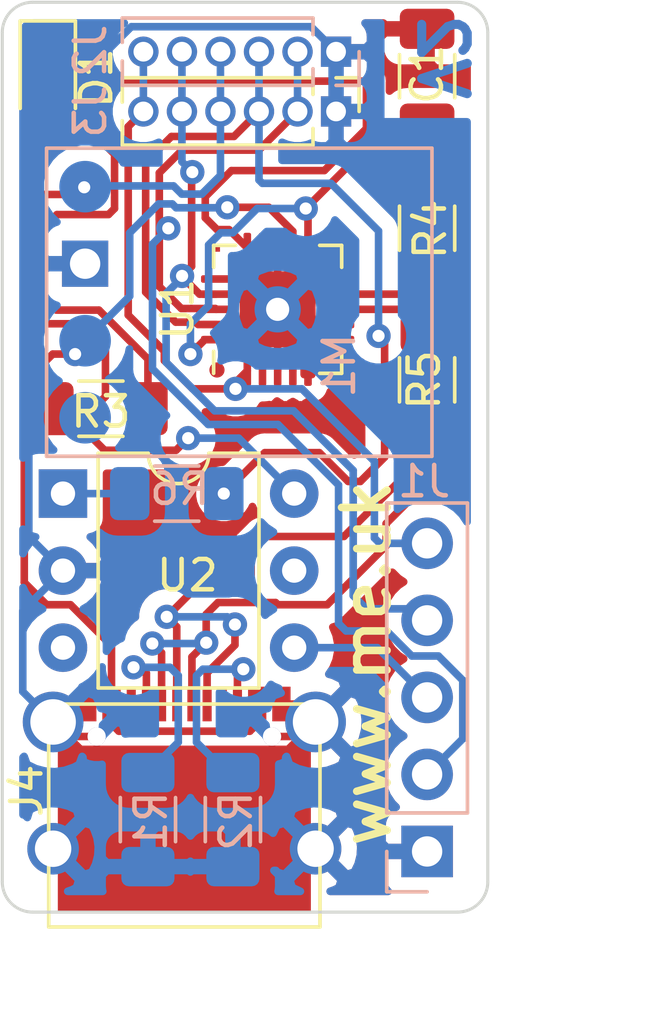
<source format=kicad_pcb>
(kicad_pcb (version 20171130) (host pcbnew "(5.1.9-0-10_14)")

  (general
    (thickness 1.6)
    (drawings 12)
    (tracks 263)
    (zones 0)
    (modules 15)
    (nets 28)
  )

  (page A4)
  (layers
    (0 F.Cu signal)
    (31 B.Cu signal)
    (32 B.Adhes user)
    (33 F.Adhes user)
    (34 B.Paste user)
    (35 F.Paste user)
    (36 B.SilkS user)
    (37 F.SilkS user)
    (38 B.Mask user)
    (39 F.Mask user)
    (40 Dwgs.User user)
    (41 Cmts.User user)
    (42 Eco1.User user)
    (43 Eco2.User user)
    (44 Edge.Cuts user)
    (45 Margin user)
    (46 B.CrtYd user)
    (47 F.CrtYd user)
    (48 B.Fab user hide)
    (49 F.Fab user hide)
  )

  (setup
    (last_trace_width 0.25)
    (trace_clearance 0.2)
    (zone_clearance 0.508)
    (zone_45_only no)
    (trace_min 0.2)
    (via_size 0.8)
    (via_drill 0.4)
    (via_min_size 0.4)
    (via_min_drill 0.3)
    (uvia_size 0.3)
    (uvia_drill 0.1)
    (uvias_allowed no)
    (uvia_min_size 0.2)
    (uvia_min_drill 0.1)
    (edge_width 0.1)
    (segment_width 0.2)
    (pcb_text_width 0.3)
    (pcb_text_size 1.5 1.5)
    (mod_edge_width 0.15)
    (mod_text_size 1 1)
    (mod_text_width 0.15)
    (pad_size 1.524 1.524)
    (pad_drill 0.762)
    (pad_to_mask_clearance 0)
    (aux_axis_origin 0 0)
    (visible_elements FFFFFF7F)
    (pcbplotparams
      (layerselection 0x010fc_ffffffff)
      (usegerberextensions false)
      (usegerberattributes true)
      (usegerberadvancedattributes true)
      (creategerberjobfile true)
      (excludeedgelayer true)
      (linewidth 0.100000)
      (plotframeref false)
      (viasonmask false)
      (mode 1)
      (useauxorigin false)
      (hpglpennumber 1)
      (hpglpenspeed 20)
      (hpglpendiameter 15.000000)
      (psnegative false)
      (psa4output false)
      (plotreference true)
      (plotvalue true)
      (plotinvisibletext false)
      (padsonsilk false)
      (subtractmaskfromsilk false)
      (outputformat 1)
      (mirror false)
      (drillshape 0)
      (scaleselection 1)
      (outputdirectory ""))
  )

  (net 0 "")
  (net 1 GND)
  (net 2 VBUS)
  (net 3 RXD)
  (net 4 +3V3)
  (net 5 GPIO0)
  (net 6 TXD)
  (net 7 RST)
  (net 8 D-)
  (net 9 D+)
  (net 10 "Net-(U1-Pad14)")
  (net 11 "Net-(C1-Pad1)")
  (net 12 "Net-(J4-PadA7)")
  (net 13 "Net-(J4-PadA6)")
  (net 14 "Net-(J4-PadA8)")
  (net 15 "Net-(J4-PadA5)")
  (net 16 "Net-(J4-PadB5)")
  (net 17 "Net-(J4-PadB8)")
  (net 18 "Net-(U1-Pad16)")
  (net 19 "Net-(U1-Pad7)")
  (net 20 "Net-(U1-Pad2)")
  (net 21 "Net-(D1-Pad2)")
  (net 22 "Net-(D1-Pad1)")
  (net 23 "Net-(J1-Pad3)")
  (net 24 "Net-(M1-Pad1)")
  (net 25 "Net-(R6-Pad1)")
  (net 26 "Net-(U2-Pad3)")
  (net 27 "Net-(U2-Pad5)")

  (net_class Default "This is the default net class."
    (clearance 0.2)
    (trace_width 0.25)
    (via_dia 0.8)
    (via_drill 0.4)
    (uvia_dia 0.3)
    (uvia_drill 0.1)
    (add_net +3V3)
    (add_net D+)
    (add_net D-)
    (add_net GND)
    (add_net GPIO0)
    (add_net "Net-(C1-Pad1)")
    (add_net "Net-(D1-Pad1)")
    (add_net "Net-(D1-Pad2)")
    (add_net "Net-(J1-Pad3)")
    (add_net "Net-(J4-PadA5)")
    (add_net "Net-(J4-PadA6)")
    (add_net "Net-(J4-PadA7)")
    (add_net "Net-(J4-PadA8)")
    (add_net "Net-(J4-PadB5)")
    (add_net "Net-(J4-PadB8)")
    (add_net "Net-(M1-Pad1)")
    (add_net "Net-(R6-Pad1)")
    (add_net "Net-(U1-Pad14)")
    (add_net "Net-(U1-Pad16)")
    (add_net "Net-(U1-Pad2)")
    (add_net "Net-(U1-Pad7)")
    (add_net "Net-(U2-Pad3)")
    (add_net "Net-(U2-Pad5)")
    (add_net RST)
    (add_net RXD)
    (add_net TXD)
    (add_net VBUS)
  )

  (module Connector_PinHeader_1.27mm:PinHeader_1x06_P1.27mm_Vertical (layer F.Cu) (tedit 59FED6E3) (tstamp 607B0458)
    (at 181 62.6 270)
    (descr "Through hole straight pin header, 1x06, 1.27mm pitch, single row")
    (tags "Through hole pin header THT 1x06 1.27mm single row")
    (path /607C703E)
    (fp_text reference J3 (at 0 8.1 90) (layer B.SilkS)
      (effects (font (size 1 1) (thickness 0.15)) (justify mirror))
    )
    (fp_text value "Shelly i3" (at 0 8.045 90) (layer F.Fab)
      (effects (font (size 1 1) (thickness 0.15)))
    )
    (fp_line (start -0.525 -0.635) (end 1.05 -0.635) (layer F.Fab) (width 0.1))
    (fp_line (start 1.05 -0.635) (end 1.05 6.985) (layer F.Fab) (width 0.1))
    (fp_line (start 1.05 6.985) (end -1.05 6.985) (layer F.Fab) (width 0.1))
    (fp_line (start -1.05 6.985) (end -1.05 -0.11) (layer F.Fab) (width 0.1))
    (fp_line (start -1.05 -0.11) (end -0.525 -0.635) (layer F.Fab) (width 0.1))
    (fp_line (start -1.11 7.045) (end -0.30753 7.045) (layer F.SilkS) (width 0.12))
    (fp_line (start 0.30753 7.045) (end 1.11 7.045) (layer F.SilkS) (width 0.12))
    (fp_line (start -1.11 0.76) (end -1.11 7.045) (layer F.SilkS) (width 0.12))
    (fp_line (start 1.11 0.76) (end 1.11 7.045) (layer F.SilkS) (width 0.12))
    (fp_line (start -1.11 0.76) (end -0.563471 0.76) (layer F.SilkS) (width 0.12))
    (fp_line (start 0.563471 0.76) (end 1.11 0.76) (layer F.SilkS) (width 0.12))
    (fp_line (start -1.11 0) (end -1.11 -0.76) (layer F.SilkS) (width 0.12))
    (fp_line (start -1.11 -0.76) (end 0 -0.76) (layer F.SilkS) (width 0.12))
    (fp_line (start -1.55 -1.15) (end -1.55 7.5) (layer F.CrtYd) (width 0.05))
    (fp_line (start -1.55 7.5) (end 1.55 7.5) (layer F.CrtYd) (width 0.05))
    (fp_line (start 1.55 7.5) (end 1.55 -1.15) (layer F.CrtYd) (width 0.05))
    (fp_line (start 1.55 -1.15) (end -1.55 -1.15) (layer F.CrtYd) (width 0.05))
    (fp_text user %R (at 0 3.175) (layer F.Fab)
      (effects (font (size 1 1) (thickness 0.15)))
    )
    (pad 6 thru_hole oval (at 0 6.35 270) (size 1 1) (drill 0.65) (layers *.Cu *.Mask)
      (net 6 TXD))
    (pad 5 thru_hole oval (at 0 5.08 270) (size 1 1) (drill 0.65) (layers *.Cu *.Mask)
      (net 3 RXD))
    (pad 4 thru_hole oval (at 0 3.81 270) (size 1 1) (drill 0.65) (layers *.Cu *.Mask)
      (net 4 +3V3))
    (pad 3 thru_hole oval (at 0 2.54 270) (size 1 1) (drill 0.65) (layers *.Cu *.Mask)
      (net 7 RST))
    (pad 2 thru_hole oval (at 0 1.27 270) (size 1 1) (drill 0.65) (layers *.Cu *.Mask)
      (net 5 GPIO0))
    (pad 1 thru_hole rect (at 0 0 270) (size 1 1) (drill 0.65) (layers *.Cu *.Mask)
      (net 1 GND))
    (model ${KISYS3DMOD}/Connector_PinHeader_1.27mm.3dshapes/PinHeader_1x06_P1.27mm_Vertical.wrl
      (at (xyz 0 0 0))
      (scale (xyz 1 1 1))
      (rotate (xyz 0 0 0))
    )
  )

  (module RevK:D24V5F3-SMD-Like (layer B.Cu) (tedit 605EF9FC) (tstamp 607A828C)
    (at 171.46 68.89 90)
    (path /60455088)
    (fp_text reference M1 (at -2.09 9.64 270) (layer B.SilkS)
      (effects (font (size 1 1) (thickness 0.15)) (justify mirror))
    )
    (fp_text value D24V5F3-NoSHDN (at 0 10.16 270) (layer B.Fab)
      (effects (font (size 1 1) (thickness 0.15)) (justify mirror))
    )
    (fp_line (start 5.08 0) (end -5.08 0) (layer B.CrtYd) (width 0.12))
    (fp_line (start 5.08 12.7) (end 5.08 0) (layer B.CrtYd) (width 0.12))
    (fp_line (start -5.08 12.7) (end 5.08 12.7) (layer B.CrtYd) (width 0.12))
    (fp_line (start -5.08 0) (end -5.08 12.7) (layer B.CrtYd) (width 0.12))
    (fp_line (start -5.08 0) (end -5.08 12.7) (layer B.SilkS) (width 0.12))
    (fp_line (start -5.08 12.7) (end 5.08 12.7) (layer B.SilkS) (width 0.12))
    (fp_line (start 5.08 12.7) (end 5.08 0) (layer B.SilkS) (width 0.12))
    (fp_line (start 5.08 0) (end -5.08 0) (layer B.SilkS) (width 0.12))
    (pad 1 smd circle (at -3.81 1.27 90) (size 1.7 1.7) (layers B.Cu B.Paste B.Mask)
      (net 24 "Net-(M1-Pad1)") (clearance 0.5))
    (pad 4 smd circle (at 3.81 1.27 90) (size 1.7 1.7) (layers B.Cu B.Paste B.Mask)
      (net 4 +3V3) (clearance 0.5))
    (pad 3 thru_hole rect (at 1.27 1.27 90) (size 1.524 1.524) (drill 1) (layers *.Cu *.Mask)
      (net 1 GND) (clearance 0.5))
    (pad 2 smd circle (at -1.27 1.27 90) (size 1.7 1.7) (layers B.Cu B.Paste B.Mask)
      (net 2 VBUS) (clearance 0.5))
    (model /Users/adrian/Documents/KiCad/STEP/d24v5fx-step-down-voltage-regulator.step
      (offset (xyz -5.08 0 0))
      (scale (xyz 1 1 1))
      (rotate (xyz 0 0 0))
    )
  )

  (module Package_DIP:DIP-6_W7.62mm (layer F.Cu) (tedit 5A02E8C5) (tstamp 607EA456)
    (at 172 75.2)
    (descr "6-lead though-hole mounted DIP package, row spacing 7.62 mm (300 mils)")
    (tags "THT DIP DIL PDIP 2.54mm 7.62mm 300mil")
    (path /607EB3D2)
    (fp_text reference U2 (at 4.1 2.7) (layer F.SilkS)
      (effects (font (size 1 1) (thickness 0.15)))
    )
    (fp_text value TLP3546 (at 3.81 7.41) (layer F.Fab)
      (effects (font (size 1 1) (thickness 0.15)))
    )
    (fp_line (start 1.635 -1.27) (end 6.985 -1.27) (layer F.Fab) (width 0.1))
    (fp_line (start 6.985 -1.27) (end 6.985 6.35) (layer F.Fab) (width 0.1))
    (fp_line (start 6.985 6.35) (end 0.635 6.35) (layer F.Fab) (width 0.1))
    (fp_line (start 0.635 6.35) (end 0.635 -0.27) (layer F.Fab) (width 0.1))
    (fp_line (start 0.635 -0.27) (end 1.635 -1.27) (layer F.Fab) (width 0.1))
    (fp_line (start 2.81 -1.33) (end 1.16 -1.33) (layer F.SilkS) (width 0.12))
    (fp_line (start 1.16 -1.33) (end 1.16 6.41) (layer F.SilkS) (width 0.12))
    (fp_line (start 1.16 6.41) (end 6.46 6.41) (layer F.SilkS) (width 0.12))
    (fp_line (start 6.46 6.41) (end 6.46 -1.33) (layer F.SilkS) (width 0.12))
    (fp_line (start 6.46 -1.33) (end 4.81 -1.33) (layer F.SilkS) (width 0.12))
    (fp_line (start -1.1 -1.55) (end -1.1 6.6) (layer F.CrtYd) (width 0.05))
    (fp_line (start -1.1 6.6) (end 8.7 6.6) (layer F.CrtYd) (width 0.05))
    (fp_line (start 8.7 6.6) (end 8.7 -1.55) (layer F.CrtYd) (width 0.05))
    (fp_line (start 8.7 -1.55) (end -1.1 -1.55) (layer F.CrtYd) (width 0.05))
    (fp_text user %R (at 3.81 2.54) (layer F.Fab)
      (effects (font (size 1 1) (thickness 0.15)))
    )
    (fp_arc (start 3.81 -1.33) (end 2.81 -1.33) (angle -180) (layer F.SilkS) (width 0.12))
    (pad 6 thru_hole oval (at 7.62 0) (size 1.6 1.6) (drill 0.8) (layers *.Cu *.Mask)
      (net 4 +3V3))
    (pad 3 thru_hole oval (at 0 5.08) (size 1.6 1.6) (drill 0.8) (layers *.Cu *.Mask)
      (net 26 "Net-(U2-Pad3)"))
    (pad 5 thru_hole oval (at 7.62 2.54) (size 1.6 1.6) (drill 0.8) (layers *.Cu *.Mask)
      (net 27 "Net-(U2-Pad5)"))
    (pad 2 thru_hole oval (at 0 2.54) (size 1.6 1.6) (drill 0.8) (layers *.Cu *.Mask)
      (net 1 GND))
    (pad 4 thru_hole oval (at 7.62 5.08) (size 1.6 1.6) (drill 0.8) (layers *.Cu *.Mask)
      (net 23 "Net-(J1-Pad3)"))
    (pad 1 thru_hole rect (at 0 0) (size 1.6 1.6) (drill 0.8) (layers *.Cu *.Mask)
      (net 25 "Net-(R6-Pad1)"))
    (model ${KISYS3DMOD}/Package_DIP.3dshapes/DIP-6_W7.62mm.wrl
      (at (xyz 0 0 0))
      (scale (xyz 1 1 1))
      (rotate (xyz 0 0 0))
    )
  )

  (module Resistor_SMD:R_1206_3216Metric_Pad1.30x1.75mm_HandSolder (layer B.Cu) (tedit 5F68FEEE) (tstamp 607D6A21)
    (at 175.75 75.2)
    (descr "Resistor SMD 1206 (3216 Metric), square (rectangular) end terminal, IPC_7351 nominal with elongated pad for handsoldering. (Body size source: IPC-SM-782 page 72, https://www.pcb-3d.com/wordpress/wp-content/uploads/ipc-sm-782a_amendment_1_and_2.pdf), generated with kicad-footprint-generator")
    (tags "resistor handsolder")
    (path /607E1676)
    (attr smd)
    (fp_text reference R6 (at 0.1 -0.15 180) (layer B.SilkS)
      (effects (font (size 1 1) (thickness 0.15)) (justify mirror))
    )
    (fp_text value 1k (at 0 -1.82 180) (layer B.Fab)
      (effects (font (size 1 1) (thickness 0.15)) (justify mirror))
    )
    (fp_line (start -1.6 -0.8) (end -1.6 0.8) (layer B.Fab) (width 0.1))
    (fp_line (start -1.6 0.8) (end 1.6 0.8) (layer B.Fab) (width 0.1))
    (fp_line (start 1.6 0.8) (end 1.6 -0.8) (layer B.Fab) (width 0.1))
    (fp_line (start 1.6 -0.8) (end -1.6 -0.8) (layer B.Fab) (width 0.1))
    (fp_line (start -0.727064 0.91) (end 0.727064 0.91) (layer B.SilkS) (width 0.12))
    (fp_line (start -0.727064 -0.91) (end 0.727064 -0.91) (layer B.SilkS) (width 0.12))
    (fp_line (start -2.45 -1.12) (end -2.45 1.12) (layer B.CrtYd) (width 0.05))
    (fp_line (start -2.45 1.12) (end 2.45 1.12) (layer B.CrtYd) (width 0.05))
    (fp_line (start 2.45 1.12) (end 2.45 -1.12) (layer B.CrtYd) (width 0.05))
    (fp_line (start 2.45 -1.12) (end -2.45 -1.12) (layer B.CrtYd) (width 0.05))
    (fp_text user %R (at 0 0 180) (layer B.Fab)
      (effects (font (size 0.8 0.8) (thickness 0.12)) (justify mirror))
    )
    (pad 2 smd roundrect (at 1.55 0) (size 1.3 1.75) (layers B.Cu B.Paste B.Mask) (roundrect_rratio 0.192308)
      (net 7 RST))
    (pad 1 smd roundrect (at -1.55 0) (size 1.3 1.75) (layers B.Cu B.Paste B.Mask) (roundrect_rratio 0.192308)
      (net 25 "Net-(R6-Pad1)"))
    (model ${KISYS3DMOD}/Resistor_SMD.3dshapes/R_1206_3216Metric.wrl
      (at (xyz 0 0 0))
      (scale (xyz 1 1 1))
      (rotate (xyz 0 0 0))
    )
  )

  (module Resistor_SMD:R_1206_3216Metric_Pad1.30x1.75mm_HandSolder (layer F.Cu) (tedit 5F68FEEE) (tstamp 607D49BC)
    (at 173.25 72.4)
    (descr "Resistor SMD 1206 (3216 Metric), square (rectangular) end terminal, IPC_7351 nominal with elongated pad for handsoldering. (Body size source: IPC-SM-782 page 72, https://www.pcb-3d.com/wordpress/wp-content/uploads/ipc-sm-782a_amendment_1_and_2.pdf), generated with kicad-footprint-generator")
    (tags "resistor handsolder")
    (path /607D6065)
    (attr smd)
    (fp_text reference R3 (at 0 0.1) (layer F.SilkS)
      (effects (font (size 1 1) (thickness 0.15)))
    )
    (fp_text value 680R (at 0 1.82) (layer F.Fab)
      (effects (font (size 1 1) (thickness 0.15)))
    )
    (fp_line (start -1.6 0.8) (end -1.6 -0.8) (layer F.Fab) (width 0.1))
    (fp_line (start -1.6 -0.8) (end 1.6 -0.8) (layer F.Fab) (width 0.1))
    (fp_line (start 1.6 -0.8) (end 1.6 0.8) (layer F.Fab) (width 0.1))
    (fp_line (start 1.6 0.8) (end -1.6 0.8) (layer F.Fab) (width 0.1))
    (fp_line (start -0.727064 -0.91) (end 0.727064 -0.91) (layer F.SilkS) (width 0.12))
    (fp_line (start -0.727064 0.91) (end 0.727064 0.91) (layer F.SilkS) (width 0.12))
    (fp_line (start -2.45 1.12) (end -2.45 -1.12) (layer F.CrtYd) (width 0.05))
    (fp_line (start -2.45 -1.12) (end 2.45 -1.12) (layer F.CrtYd) (width 0.05))
    (fp_line (start 2.45 -1.12) (end 2.45 1.12) (layer F.CrtYd) (width 0.05))
    (fp_line (start 2.45 1.12) (end -2.45 1.12) (layer F.CrtYd) (width 0.05))
    (fp_text user %R (at 0 0) (layer F.Fab)
      (effects (font (size 0.8 0.8) (thickness 0.12)))
    )
    (pad 2 smd roundrect (at 1.55 0) (size 1.3 1.75) (layers F.Cu F.Paste F.Mask) (roundrect_rratio 0.192308)
      (net 21 "Net-(D1-Pad2)"))
    (pad 1 smd roundrect (at -1.55 0) (size 1.3 1.75) (layers F.Cu F.Paste F.Mask) (roundrect_rratio 0.192308)
      (net 4 +3V3))
    (model ${KISYS3DMOD}/Resistor_SMD.3dshapes/R_1206_3216Metric.wrl
      (at (xyz 0 0 0))
      (scale (xyz 1 1 1))
      (rotate (xyz 0 0 0))
    )
  )

  (module LED_SMD:LED_0805_2012Metric_Castellated (layer F.Cu) (tedit 5F68FEF1) (tstamp 607D4615)
    (at 171.5 61.5 270)
    (descr "LED SMD 0805 (2012 Metric), castellated end terminal, IPC_7351 nominal, (Body size source: https://docs.google.com/spreadsheets/d/1BsfQQcO9C6DZCsRaXUlFlo91Tg2WpOkGARC1WS5S8t0/edit?usp=sharing), generated with kicad-footprint-generator")
    (tags "LED castellated")
    (path /607D4A80)
    (attr smd)
    (fp_text reference D1 (at 0 -1.6 90) (layer F.SilkS)
      (effects (font (size 1 1) (thickness 0.15)))
    )
    (fp_text value LED (at 0 1.6 90) (layer F.Fab)
      (effects (font (size 1 1) (thickness 0.15)))
    )
    (fp_line (start 1 -0.6) (end -0.7 -0.6) (layer F.Fab) (width 0.1))
    (fp_line (start -0.7 -0.6) (end -1 -0.3) (layer F.Fab) (width 0.1))
    (fp_line (start -1 -0.3) (end -1 0.6) (layer F.Fab) (width 0.1))
    (fp_line (start -1 0.6) (end 1 0.6) (layer F.Fab) (width 0.1))
    (fp_line (start 1 0.6) (end 1 -0.6) (layer F.Fab) (width 0.1))
    (fp_line (start 1 -0.91) (end -1.885 -0.91) (layer F.SilkS) (width 0.12))
    (fp_line (start -1.885 -0.91) (end -1.885 0.91) (layer F.SilkS) (width 0.12))
    (fp_line (start -1.885 0.91) (end 1 0.91) (layer F.SilkS) (width 0.12))
    (fp_line (start -1.88 0.9) (end -1.88 -0.9) (layer F.CrtYd) (width 0.05))
    (fp_line (start -1.88 -0.9) (end 1.88 -0.9) (layer F.CrtYd) (width 0.05))
    (fp_line (start 1.88 -0.9) (end 1.88 0.9) (layer F.CrtYd) (width 0.05))
    (fp_line (start 1.88 0.9) (end -1.88 0.9) (layer F.CrtYd) (width 0.05))
    (fp_text user %R (at 0 0 90) (layer F.Fab)
      (effects (font (size 0.5 0.5) (thickness 0.08)))
    )
    (pad 2 smd roundrect (at 0.9625 0 270) (size 1.325 1.3) (layers F.Cu F.Paste F.Mask) (roundrect_rratio 0.192308)
      (net 21 "Net-(D1-Pad2)"))
    (pad 1 smd roundrect (at -0.9625 0 270) (size 1.325 1.3) (layers F.Cu F.Paste F.Mask) (roundrect_rratio 0.192308)
      (net 22 "Net-(D1-Pad1)"))
    (model ${KISYS3DMOD}/LED_SMD.3dshapes/LED_0805_2012Metric_Castellated.wrl
      (at (xyz 0 0 0))
      (scale (xyz 1 1 1))
      (rotate (xyz 0 0 0))
    )
  )

  (module RevK:USC16-TR-Round (layer F.Cu) (tedit 607E9F4F) (tstamp 607DCF90)
    (at 176 89)
    (descr "USB Type C CMT R/A PCB  Mount Socket 16pin Power+Data")
    (tags USB-C)
    (path /60436927)
    (attr smd)
    (fp_text reference J4 (at -5.2 -4 90) (layer F.SilkS)
      (effects (font (size 1 1) (thickness 0.15)))
    )
    (fp_text value USB-C (at 0 -9.5) (layer F.Fab)
      (effects (font (size 1 1) (thickness 0.15)))
    )
    (fp_line (start -5 0) (end 5 0) (layer Dwgs.User) (width 0.12))
    (fp_line (start -4.47 0.49) (end 4.47 0.49) (layer F.SilkS) (width 0.12))
    (fp_line (start 4.47 -6.86) (end 4.47 0.49) (layer F.SilkS) (width 0.12))
    (fp_line (start -4.47 -6.86) (end 4.47 -6.86) (layer F.SilkS) (width 0.12))
    (fp_line (start -4.47 0.49) (end -4.47 -6.86) (layer F.SilkS) (width 0.12))
    (fp_line (start -4.5 0.5) (end -4.5 -6.9) (layer F.CrtYd) (width 0.12))
    (fp_line (start -4.5 -6.9) (end 4.5 -6.9) (layer F.CrtYd) (width 0.12))
    (fp_line (start 4.5 -6.9) (end 4.5 0.5) (layer F.CrtYd) (width 0.12))
    (fp_line (start 4.5 0.5) (end -4.5 0.5) (layer F.CrtYd) (width 0.12))
    (pad S1 smd rect (at 0 -2.745) (size 8.34 5.49) (layers F.Cu F.Mask)
      (net 1 GND))
    (pad A12 smd rect (at 3.2 -6.86) (size 0.6 1.14) (layers F.Cu F.Paste F.Mask)
      (net 1 GND))
    (pad A4 smd rect (at -2.4 -6.86) (size 0.6 1.14) (layers F.Cu F.Paste F.Mask)
      (net 2 VBUS))
    (pad B12 smd rect (at -3.2 -6.86) (size 0.6 1.14) (layers F.Cu F.Paste F.Mask)
      (net 1 GND))
    (pad B4 smd rect (at 2.4 -6.86) (size 0.6 1.14) (layers F.Cu F.Paste F.Mask)
      (net 2 VBUS))
    (pad S1 thru_hole circle (at 4.325 -2.09) (size 1.7 1.7) (drill 1.2) (layers *.Cu *.Mask)
      (net 1 GND))
    (pad S1 thru_hole circle (at -4.325 -2.09) (size 1.7 1.7) (drill 1.2) (layers *.Cu *.Mask)
      (net 1 GND))
    (pad S1 thru_hole circle (at 4.325 -6.27) (size 2 2) (drill 1.5) (layers *.Cu *.Mask)
      (net 1 GND))
    (pad S1 thru_hole circle (at -4.325 -6.27) (size 2 2) (drill 1.5) (layers *.Cu *.Mask)
      (net 1 GND))
    (pad A7 smd rect (at 0.25 -6.86) (size 0.3 1.14) (layers F.Cu F.Paste F.Mask)
      (net 12 "Net-(J4-PadA7)"))
    (pad A6 smd rect (at -0.25 -6.86) (size 0.3 1.14) (layers F.Cu F.Paste F.Mask)
      (net 13 "Net-(J4-PadA6)"))
    (pad B6 smd rect (at 0.75 -6.86) (size 0.3 1.14) (layers F.Cu F.Paste F.Mask)
      (net 13 "Net-(J4-PadA6)"))
    (pad B7 smd rect (at -0.75 -6.86) (size 0.3 1.14) (layers F.Cu F.Paste F.Mask)
      (net 12 "Net-(J4-PadA7)"))
    (pad A8 smd rect (at 1.25 -6.86) (size 0.3 1.14) (layers F.Cu F.Paste F.Mask)
      (net 14 "Net-(J4-PadA8)"))
    (pad A5 smd rect (at -1.25 -6.86) (size 0.3 1.14) (layers F.Cu F.Paste F.Mask)
      (net 15 "Net-(J4-PadA5)"))
    (pad B5 smd rect (at 1.75 -6.86) (size 0.3 1.14) (layers F.Cu F.Paste F.Mask)
      (net 16 "Net-(J4-PadB5)"))
    (pad B8 smd rect (at -1.75 -6.86) (size 0.3 1.14) (layers F.Cu F.Paste F.Mask)
      (net 17 "Net-(J4-PadB8)"))
    (pad A9 smd rect (at 2.4 -6.86) (size 0.6 1.14) (layers F.Cu F.Paste F.Mask)
      (net 2 VBUS))
    (pad B9 smd rect (at -2.4 -6.86) (size 0.6 1.14) (layers F.Cu F.Paste F.Mask)
      (net 2 VBUS))
    (pad B1 smd rect (at 3.2 -6.86) (size 0.6 1.14) (layers F.Cu F.Paste F.Mask)
      (net 1 GND))
    (pad S1 thru_hole circle (at 2.89 -5.79) (size 0.6 0.6) (drill 0.6) (layers *.Cu)
      (net 1 GND))
    (pad S1 thru_hole circle (at -2.89 -5.79) (size 0.6 0.6) (drill 0.6) (layers *.Cu)
      (net 1 GND))
    (pad A1 smd rect (at -3.2 -6.86) (size 0.6 1.14) (layers F.Cu F.Paste F.Mask)
      (net 1 GND))
    (model /Users/adrian/Documents/KiCad/STEP/CSP-USC16-TR.step
      (offset (xyz 0 3.35 0))
      (scale (xyz 1 1 1))
      (rotate (xyz -90 0 0))
    )
  )

  (module Resistor_SMD:R_1206_3216Metric_Pad1.30x1.75mm_HandSolder (layer B.Cu) (tedit 5F68FEEE) (tstamp 607D6D90)
    (at 174.8 85.95 270)
    (descr "Resistor SMD 1206 (3216 Metric), square (rectangular) end terminal, IPC_7351 nominal with elongated pad for handsoldering. (Body size source: IPC-SM-782 page 72, https://www.pcb-3d.com/wordpress/wp-content/uploads/ipc-sm-782a_amendment_1_and_2.pdf), generated with kicad-footprint-generator")
    (tags "resistor handsolder")
    (path /6043A8AD)
    (attr smd)
    (fp_text reference R1 (at 0.05 -0.1 270) (layer B.SilkS)
      (effects (font (size 1 1) (thickness 0.15)) (justify mirror))
    )
    (fp_text value 5K1 (at 0 -1.82 270) (layer B.Fab)
      (effects (font (size 1 1) (thickness 0.15)) (justify mirror))
    )
    (fp_line (start -1.6 -0.8) (end -1.6 0.8) (layer B.Fab) (width 0.1))
    (fp_line (start -1.6 0.8) (end 1.6 0.8) (layer B.Fab) (width 0.1))
    (fp_line (start 1.6 0.8) (end 1.6 -0.8) (layer B.Fab) (width 0.1))
    (fp_line (start 1.6 -0.8) (end -1.6 -0.8) (layer B.Fab) (width 0.1))
    (fp_line (start -0.727064 0.91) (end 0.727064 0.91) (layer B.SilkS) (width 0.12))
    (fp_line (start -0.727064 -0.91) (end 0.727064 -0.91) (layer B.SilkS) (width 0.12))
    (fp_line (start -2.45 -1.12) (end -2.45 1.12) (layer B.CrtYd) (width 0.05))
    (fp_line (start -2.45 1.12) (end 2.45 1.12) (layer B.CrtYd) (width 0.05))
    (fp_line (start 2.45 1.12) (end 2.45 -1.12) (layer B.CrtYd) (width 0.05))
    (fp_line (start 2.45 -1.12) (end -2.45 -1.12) (layer B.CrtYd) (width 0.05))
    (fp_text user %R (at 0 0 270) (layer B.Fab)
      (effects (font (size 0.8 0.8) (thickness 0.12)) (justify mirror))
    )
    (pad 2 smd roundrect (at 1.55 0 270) (size 1.3 1.75) (layers B.Cu B.Paste B.Mask) (roundrect_rratio 0.192308)
      (net 1 GND))
    (pad 1 smd roundrect (at -1.55 0 270) (size 1.3 1.75) (layers B.Cu B.Paste B.Mask) (roundrect_rratio 0.192308)
      (net 15 "Net-(J4-PadA5)"))
    (model ${KISYS3DMOD}/Resistor_SMD.3dshapes/R_1206_3216Metric.wrl
      (at (xyz 0 0 0))
      (scale (xyz 1 1 1))
      (rotate (xyz 0 0 0))
    )
  )

  (module "RevK:QFN-20-(hand)-1EP_4x4mm_P0.5mm_EP2.5x2.5mm" (layer F.Cu) (tedit 607D32D8) (tstamp 607D81AE)
    (at 179.075 69.125 90)
    (descr "QFN, 20 Pin (http://ww1.microchip.com/downloads/en/PackagingSpec/00000049BQ.pdf#page=274), generated with kicad-footprint-generator ipc_noLead_generator.py")
    (tags "QFN NoLead")
    (path /607D3E37)
    (attr smd)
    (fp_text reference U1 (at 0 -3.3 90) (layer F.SilkS)
      (effects (font (size 1 1) (thickness 0.15)))
    )
    (fp_text value FT231XQ (at 0 3.3 90) (layer F.Fab)
      (effects (font (size 1 1) (thickness 0.15)))
    )
    (fp_line (start 1.385 -2.11) (end 2.11 -2.11) (layer F.SilkS) (width 0.12))
    (fp_line (start 2.11 -2.11) (end 2.11 -1.385) (layer F.SilkS) (width 0.12))
    (fp_line (start -1.385 2.11) (end -2.11 2.11) (layer F.SilkS) (width 0.12))
    (fp_line (start -2.11 2.11) (end -2.11 1.385) (layer F.SilkS) (width 0.12))
    (fp_line (start 1.385 2.11) (end 2.11 2.11) (layer F.SilkS) (width 0.12))
    (fp_line (start 2.11 2.11) (end 2.11 1.385) (layer F.SilkS) (width 0.12))
    (fp_line (start -1.385 -2.11) (end -2.11 -2.11) (layer F.SilkS) (width 0.12))
    (fp_line (start -1 -2) (end 2 -2) (layer F.Fab) (width 0.1))
    (fp_line (start 2 -2) (end 2 2) (layer F.Fab) (width 0.1))
    (fp_line (start 2 2) (end -2 2) (layer F.Fab) (width 0.1))
    (fp_line (start -2 2) (end -2 -1) (layer F.Fab) (width 0.1))
    (fp_line (start -2 -1) (end -1 -2) (layer F.Fab) (width 0.1))
    (fp_line (start -2.6 -2.6) (end -2.6 2.6) (layer F.CrtYd) (width 0.05))
    (fp_line (start -2.6 2.6) (end 2.6 2.6) (layer F.CrtYd) (width 0.05))
    (fp_line (start 2.6 2.6) (end 2.6 -2.6) (layer F.CrtYd) (width 0.05))
    (fp_line (start 2.6 -2.6) (end -2.6 -2.6) (layer F.CrtYd) (width 0.05))
    (fp_text user %R (at 0 0 90) (layer F.Fab)
      (effects (font (size 1 1) (thickness 0.15)))
    )
    (pad 21 thru_hole circle (at 0 0 90) (size 1.524 1.524) (drill 0.762) (layers *.Cu *.Mask)
      (net 1 GND))
    (pad ~ smd rect (at -2 -2 90) (size 0.2 0.2) (layers F.Cu)
      (clearance 0.33))
    (pad ~ smd rect (at 2 2 90) (size 0.2 0.2) (layers F.Cu)
      (clearance 0.33))
    (pad ~ smd rect (at -2 2 90) (size 0.2 0.2) (layers F.Cu)
      (clearance 0.33))
    (pad ~ smd rect (at 2 -2 90) (size 0.2 0.2) (layers F.Cu)
      (clearance 0.33))
    (pad ~ smd circle (at -2 -2 90) (size 0.5 0.5) (layers F.Cu))
    (pad "" smd roundrect (at 0.625 0.625 90) (size 1.01 1.01) (layers F.Paste) (roundrect_rratio 0.247525))
    (pad "" smd roundrect (at 0.625 -0.625 90) (size 1.01 1.01) (layers F.Paste) (roundrect_rratio 0.247525))
    (pad "" smd roundrect (at -0.625 0.625 90) (size 1.01 1.01) (layers F.Paste) (roundrect_rratio 0.247525))
    (pad "" smd roundrect (at -0.625 -0.625 90) (size 1.01 1.01) (layers F.Paste) (roundrect_rratio 0.247525))
    (pad 21 smd rect (at 0 0 90) (size 2.5 2.5) (layers F.Cu F.Mask)
      (net 1 GND))
    (pad 20 smd roundrect (at -1 -2.025 90) (size 0.25 1) (layers F.Cu F.Paste F.Mask) (roundrect_rratio 0.25)
      (net 11 "Net-(C1-Pad1)"))
    (pad 19 smd roundrect (at -0.5 -2.025 90) (size 0.25 1) (layers F.Cu F.Paste F.Mask) (roundrect_rratio 0.25)
      (net 7 RST))
    (pad 18 smd roundrect (at 0 -2.025 90) (size 0.25 1) (layers F.Cu F.Paste F.Mask) (roundrect_rratio 0.25)
      (net 5 GPIO0))
    (pad 17 smd roundrect (at 0.5 -2.025 90) (size 0.25 1) (layers F.Cu F.Paste F.Mask) (roundrect_rratio 0.25)
      (net 3 RXD))
    (pad 16 smd roundrect (at 1 -2.025 90) (size 0.25 1) (layers F.Cu F.Paste F.Mask) (roundrect_rratio 0.25)
      (net 18 "Net-(U1-Pad16)"))
    (pad 15 smd roundrect (at 2.025 -1 90) (size 1 0.25) (layers F.Cu F.Paste F.Mask) (roundrect_rratio 0.25)
      (net 22 "Net-(D1-Pad1)"))
    (pad 14 smd roundrect (at 2.025 -0.5 90) (size 1 0.25) (layers F.Cu F.Paste F.Mask) (roundrect_rratio 0.25)
      (net 10 "Net-(U1-Pad14)"))
    (pad 13 smd roundrect (at 2.025 0 90) (size 1 0.25) (layers F.Cu F.Paste F.Mask) (roundrect_rratio 0.25)
      (net 1 GND))
    (pad 12 smd roundrect (at 2.025 0.5 90) (size 1 0.25) (layers F.Cu F.Paste F.Mask) (roundrect_rratio 0.25)
      (net 2 VBUS))
    (pad 11 smd roundrect (at 2.025 1 90) (size 1 0.25) (layers F.Cu F.Paste F.Mask) (roundrect_rratio 0.25)
      (net 11 "Net-(C1-Pad1)"))
    (pad 10 smd roundrect (at 1 2.025 90) (size 0.25 1) (layers F.Cu F.Paste F.Mask) (roundrect_rratio 0.25)
      (net 11 "Net-(C1-Pad1)"))
    (pad 9 smd roundrect (at 0.5 2.025 90) (size 0.25 1) (layers F.Cu F.Paste F.Mask) (roundrect_rratio 0.25)
      (net 8 D-))
    (pad 8 smd roundrect (at 0 2.025 90) (size 0.25 1) (layers F.Cu F.Paste F.Mask) (roundrect_rratio 0.25)
      (net 9 D+))
    (pad 7 smd roundrect (at -0.5 2.025 90) (size 0.25 1) (layers F.Cu F.Paste F.Mask) (roundrect_rratio 0.25)
      (net 19 "Net-(U1-Pad7)"))
    (pad 6 smd roundrect (at -1 2.025 90) (size 0.25 1) (layers F.Cu F.Paste F.Mask) (roundrect_rratio 0.25)
      (net 1 GND))
    (pad 5 smd roundrect (at -2.025 1 90) (size 1 0.25) (layers F.Cu F.Paste F.Mask) (roundrect_rratio 0.25)
      (net 1 GND))
    (pad 4 smd roundrect (at -2.025 0.5 90) (size 1 0.25) (layers F.Cu F.Paste F.Mask) (roundrect_rratio 0.25)
      (net 1 GND))
    (pad 3 smd roundrect (at -2.025 0 90) (size 1 0.25) (layers F.Cu F.Paste F.Mask) (roundrect_rratio 0.25)
      (net 1 GND))
    (pad 2 smd roundrect (at -2.025 -0.5 90) (size 1 0.25) (layers F.Cu F.Paste F.Mask) (roundrect_rratio 0.25)
      (net 20 "Net-(U1-Pad2)"))
    (pad 1 smd roundrect (at -2.025 -1 90) (size 1 0.25) (layers F.Cu F.Paste F.Mask) (roundrect_rratio 0.25)
      (net 6 TXD))
    (model ${KISYS3DMOD}/Package_DFN_QFN.3dshapes/QFN-20-1EP_4x4mm_P0.5mm_EP2.5x2.5mm.wrl
      (at (xyz 0 0 0))
      (scale (xyz 1 1 1))
      (rotate (xyz 0 0 0))
    )
  )

  (module Capacitor_SMD:C_1206_3216Metric_Pad1.33x1.80mm_HandSolder (layer F.Cu) (tedit 5F68FEEF) (tstamp 607D7AAE)
    (at 184 61.4375 90)
    (descr "Capacitor SMD 1206 (3216 Metric), square (rectangular) end terminal, IPC_7351 nominal with elongated pad for handsoldering. (Body size source: IPC-SM-782 page 76, https://www.pcb-3d.com/wordpress/wp-content/uploads/ipc-sm-782a_amendment_1_and_2.pdf), generated with kicad-footprint-generator")
    (tags "capacitor handsolder")
    (path /60815E33)
    (attr smd)
    (fp_text reference C1 (at 0.0625 0 90) (layer F.SilkS)
      (effects (font (size 1 1) (thickness 0.15)))
    )
    (fp_text value 100nF (at 0 1.85 90) (layer F.Fab)
      (effects (font (size 1 1) (thickness 0.15)))
    )
    (fp_line (start -1.6 0.8) (end -1.6 -0.8) (layer F.Fab) (width 0.1))
    (fp_line (start -1.6 -0.8) (end 1.6 -0.8) (layer F.Fab) (width 0.1))
    (fp_line (start 1.6 -0.8) (end 1.6 0.8) (layer F.Fab) (width 0.1))
    (fp_line (start 1.6 0.8) (end -1.6 0.8) (layer F.Fab) (width 0.1))
    (fp_line (start -0.711252 -0.91) (end 0.711252 -0.91) (layer F.SilkS) (width 0.12))
    (fp_line (start -0.711252 0.91) (end 0.711252 0.91) (layer F.SilkS) (width 0.12))
    (fp_line (start -2.48 1.15) (end -2.48 -1.15) (layer F.CrtYd) (width 0.05))
    (fp_line (start -2.48 -1.15) (end 2.48 -1.15) (layer F.CrtYd) (width 0.05))
    (fp_line (start 2.48 -1.15) (end 2.48 1.15) (layer F.CrtYd) (width 0.05))
    (fp_line (start 2.48 1.15) (end -2.48 1.15) (layer F.CrtYd) (width 0.05))
    (fp_text user %R (at 0 0 90) (layer F.Fab)
      (effects (font (size 0.8 0.8) (thickness 0.12)))
    )
    (pad 2 smd roundrect (at 1.5625 0 90) (size 1.325 1.8) (layers F.Cu F.Paste F.Mask) (roundrect_rratio 0.188679)
      (net 1 GND))
    (pad 1 smd roundrect (at -1.5625 0 90) (size 1.325 1.8) (layers F.Cu F.Paste F.Mask) (roundrect_rratio 0.188679)
      (net 11 "Net-(C1-Pad1)"))
    (model ${KISYS3DMOD}/Capacitor_SMD.3dshapes/C_1206_3216Metric.wrl
      (at (xyz 0 0 0))
      (scale (xyz 1 1 1))
      (rotate (xyz 0 0 0))
    )
  )

  (module Connector_PinHeader_1.27mm:PinHeader_1x06_P1.27mm_Vertical (layer B.Cu) (tedit 59FED6E3) (tstamp 607AFDAB)
    (at 181 60.63 90)
    (descr "Through hole straight pin header, 1x06, 1.27mm pitch, single row")
    (tags "Through hole pin header THT 1x06 1.27mm single row")
    (path /607B65BB)
    (fp_text reference J2 (at 0.03 -8.1 90) (layer B.SilkS)
      (effects (font (size 1 1) (thickness 0.15)) (justify mirror))
    )
    (fp_text value "Shelly 2" (at 0 -8.045 90) (layer B.Fab)
      (effects (font (size 1 1) (thickness 0.15)) (justify mirror))
    )
    (fp_line (start -0.525 0.635) (end 1.05 0.635) (layer B.Fab) (width 0.1))
    (fp_line (start 1.05 0.635) (end 1.05 -6.985) (layer B.Fab) (width 0.1))
    (fp_line (start 1.05 -6.985) (end -1.05 -6.985) (layer B.Fab) (width 0.1))
    (fp_line (start -1.05 -6.985) (end -1.05 0.11) (layer B.Fab) (width 0.1))
    (fp_line (start -1.05 0.11) (end -0.525 0.635) (layer B.Fab) (width 0.1))
    (fp_line (start -1.11 -7.045) (end -0.30753 -7.045) (layer B.SilkS) (width 0.12))
    (fp_line (start 0.30753 -7.045) (end 1.11 -7.045) (layer B.SilkS) (width 0.12))
    (fp_line (start -1.11 -0.76) (end -1.11 -7.045) (layer B.SilkS) (width 0.12))
    (fp_line (start 1.11 -0.76) (end 1.11 -7.045) (layer B.SilkS) (width 0.12))
    (fp_line (start -1.11 -0.76) (end -0.563471 -0.76) (layer B.SilkS) (width 0.12))
    (fp_line (start 0.563471 -0.76) (end 1.11 -0.76) (layer B.SilkS) (width 0.12))
    (fp_line (start -1.11 0) (end -1.11 0.76) (layer B.SilkS) (width 0.12))
    (fp_line (start -1.11 0.76) (end 0 0.76) (layer B.SilkS) (width 0.12))
    (fp_line (start -1.55 1.15) (end -1.55 -7.5) (layer B.CrtYd) (width 0.05))
    (fp_line (start -1.55 -7.5) (end 1.55 -7.5) (layer B.CrtYd) (width 0.05))
    (fp_line (start 1.55 -7.5) (end 1.55 1.15) (layer B.CrtYd) (width 0.05))
    (fp_line (start 1.55 1.15) (end -1.55 1.15) (layer B.CrtYd) (width 0.05))
    (fp_text user %R (at 0 -3.175 180) (layer B.Fab)
      (effects (font (size 1 1) (thickness 0.15)) (justify mirror))
    )
    (pad 6 thru_hole oval (at 0 -6.35 90) (size 1 1) (drill 0.65) (layers *.Cu *.Mask)
      (net 6 TXD))
    (pad 5 thru_hole oval (at 0 -5.08 90) (size 1 1) (drill 0.65) (layers *.Cu *.Mask)
      (net 3 RXD))
    (pad 4 thru_hole oval (at 0 -3.81 90) (size 1 1) (drill 0.65) (layers *.Cu *.Mask)
      (net 4 +3V3))
    (pad 3 thru_hole oval (at 0 -2.54 90) (size 1 1) (drill 0.65) (layers *.Cu *.Mask)
      (net 7 RST))
    (pad 2 thru_hole oval (at 0 -1.27 90) (size 1 1) (drill 0.65) (layers *.Cu *.Mask)
      (net 5 GPIO0))
    (pad 1 thru_hole rect (at 0 0 90) (size 1 1) (drill 0.65) (layers *.Cu *.Mask)
      (net 1 GND))
    (model ${KISYS3DMOD}/Connector_PinHeader_1.27mm.3dshapes/PinHeader_1x06_P1.27mm_Vertical.wrl
      (at (xyz 0 0 0))
      (scale (xyz 1 1 1))
      (rotate (xyz 0 0 0))
    )
  )

  (module Connector_PinHeader_2.54mm:PinHeader_1x05_P2.54mm_Vertical (layer B.Cu) (tedit 59FED5CC) (tstamp 607D6D50)
    (at 184 87)
    (descr "Through hole straight pin header, 1x05, 2.54mm pitch, single row")
    (tags "Through hole pin header THT 1x05 2.54mm single row")
    (path /607B3C76)
    (fp_text reference J1 (at -0.1 -12.2) (layer B.SilkS)
      (effects (font (size 1 1) (thickness 0.15)) (justify mirror))
    )
    (fp_text value "Shelly 1" (at 0 -12.49) (layer B.Fab)
      (effects (font (size 1 1) (thickness 0.15)) (justify mirror))
    )
    (fp_line (start -0.635 1.27) (end 1.27 1.27) (layer B.Fab) (width 0.1))
    (fp_line (start 1.27 1.27) (end 1.27 -11.43) (layer B.Fab) (width 0.1))
    (fp_line (start 1.27 -11.43) (end -1.27 -11.43) (layer B.Fab) (width 0.1))
    (fp_line (start -1.27 -11.43) (end -1.27 0.635) (layer B.Fab) (width 0.1))
    (fp_line (start -1.27 0.635) (end -0.635 1.27) (layer B.Fab) (width 0.1))
    (fp_line (start -1.33 -11.49) (end 1.33 -11.49) (layer B.SilkS) (width 0.12))
    (fp_line (start -1.33 -1.27) (end -1.33 -11.49) (layer B.SilkS) (width 0.12))
    (fp_line (start 1.33 -1.27) (end 1.33 -11.49) (layer B.SilkS) (width 0.12))
    (fp_line (start -1.33 -1.27) (end 1.33 -1.27) (layer B.SilkS) (width 0.12))
    (fp_line (start -1.33 0) (end -1.33 1.33) (layer B.SilkS) (width 0.12))
    (fp_line (start -1.33 1.33) (end 0 1.33) (layer B.SilkS) (width 0.12))
    (fp_line (start -1.8 1.8) (end -1.8 -11.95) (layer B.CrtYd) (width 0.05))
    (fp_line (start -1.8 -11.95) (end 1.8 -11.95) (layer B.CrtYd) (width 0.05))
    (fp_line (start 1.8 -11.95) (end 1.8 1.8) (layer B.CrtYd) (width 0.05))
    (fp_line (start 1.8 1.8) (end -1.8 1.8) (layer B.CrtYd) (width 0.05))
    (fp_text user %R (at 0 -5.08 270) (layer B.Fab)
      (effects (font (size 1 1) (thickness 0.15)) (justify mirror))
    )
    (pad 5 thru_hole oval (at 0 -10.16) (size 1.7 1.7) (drill 1) (layers *.Cu *.Mask)
      (net 6 TXD))
    (pad 4 thru_hole oval (at 0 -7.62) (size 1.7 1.7) (drill 1) (layers *.Cu *.Mask)
      (net 3 RXD))
    (pad 3 thru_hole oval (at 0 -5.08) (size 1.7 1.7) (drill 1) (layers *.Cu *.Mask)
      (net 23 "Net-(J1-Pad3)"))
    (pad 2 thru_hole oval (at 0 -2.54) (size 1.7 1.7) (drill 1) (layers *.Cu *.Mask)
      (net 5 GPIO0))
    (pad 1 thru_hole rect (at 0 0) (size 1.7 1.7) (drill 1) (layers *.Cu *.Mask)
      (net 1 GND))
    (model ${KISYS3DMOD}/Connector_PinHeader_2.54mm.3dshapes/PinHeader_1x05_P2.54mm_Vertical.wrl
      (at (xyz 0 0 0))
      (scale (xyz 1 1 1))
      (rotate (xyz 0 0 0))
    )
  )

  (module Resistor_SMD:R_1206_3216Metric_Pad1.30x1.75mm_HandSolder (layer F.Cu) (tedit 5F68FEEE) (tstamp 607B06BA)
    (at 184 71.45 90)
    (descr "Resistor SMD 1206 (3216 Metric), square (rectangular) end terminal, IPC_7351 nominal with elongated pad for handsoldering. (Body size source: IPC-SM-782 page 72, https://www.pcb-3d.com/wordpress/wp-content/uploads/ipc-sm-782a_amendment_1_and_2.pdf), generated with kicad-footprint-generator")
    (tags "resistor handsolder")
    (path /607B2A32)
    (attr smd)
    (fp_text reference R5 (at 0 -0.1 90) (layer F.SilkS)
      (effects (font (size 1 1) (thickness 0.15)))
    )
    (fp_text value 27R (at 0 1.82 90) (layer F.Fab)
      (effects (font (size 1 1) (thickness 0.15)))
    )
    (fp_line (start -1.6 0.8) (end -1.6 -0.8) (layer F.Fab) (width 0.1))
    (fp_line (start -1.6 -0.8) (end 1.6 -0.8) (layer F.Fab) (width 0.1))
    (fp_line (start 1.6 -0.8) (end 1.6 0.8) (layer F.Fab) (width 0.1))
    (fp_line (start 1.6 0.8) (end -1.6 0.8) (layer F.Fab) (width 0.1))
    (fp_line (start -0.727064 -0.91) (end 0.727064 -0.91) (layer F.SilkS) (width 0.12))
    (fp_line (start -0.727064 0.91) (end 0.727064 0.91) (layer F.SilkS) (width 0.12))
    (fp_line (start -2.45 1.12) (end -2.45 -1.12) (layer F.CrtYd) (width 0.05))
    (fp_line (start -2.45 -1.12) (end 2.45 -1.12) (layer F.CrtYd) (width 0.05))
    (fp_line (start 2.45 -1.12) (end 2.45 1.12) (layer F.CrtYd) (width 0.05))
    (fp_line (start 2.45 1.12) (end -2.45 1.12) (layer F.CrtYd) (width 0.05))
    (fp_text user %R (at 0 0 90) (layer F.Fab)
      (effects (font (size 0.8 0.8) (thickness 0.12)))
    )
    (pad 2 smd roundrect (at 1.55 0 90) (size 1.3 1.75) (layers F.Cu F.Paste F.Mask) (roundrect_rratio 0.192308)
      (net 9 D+))
    (pad 1 smd roundrect (at -1.55 0 90) (size 1.3 1.75) (layers F.Cu F.Paste F.Mask) (roundrect_rratio 0.192308)
      (net 13 "Net-(J4-PadA6)"))
    (model ${KISYS3DMOD}/Resistor_SMD.3dshapes/R_1206_3216Metric.wrl
      (at (xyz 0 0 0))
      (scale (xyz 1 1 1))
      (rotate (xyz 0 0 0))
    )
  )

  (module Resistor_SMD:R_1206_3216Metric_Pad1.30x1.75mm_HandSolder (layer F.Cu) (tedit 5F68FEEE) (tstamp 607B068A)
    (at 184 66.45 270)
    (descr "Resistor SMD 1206 (3216 Metric), square (rectangular) end terminal, IPC_7351 nominal with elongated pad for handsoldering. (Body size source: IPC-SM-782 page 72, https://www.pcb-3d.com/wordpress/wp-content/uploads/ipc-sm-782a_amendment_1_and_2.pdf), generated with kicad-footprint-generator")
    (tags "resistor handsolder")
    (path /607ADCD2)
    (attr smd)
    (fp_text reference R4 (at 0.04 -0.1 270) (layer F.SilkS)
      (effects (font (size 1 1) (thickness 0.15)))
    )
    (fp_text value 27R (at 0 1.82 270) (layer F.Fab)
      (effects (font (size 1 1) (thickness 0.15)))
    )
    (fp_line (start -1.6 0.8) (end -1.6 -0.8) (layer F.Fab) (width 0.1))
    (fp_line (start -1.6 -0.8) (end 1.6 -0.8) (layer F.Fab) (width 0.1))
    (fp_line (start 1.6 -0.8) (end 1.6 0.8) (layer F.Fab) (width 0.1))
    (fp_line (start 1.6 0.8) (end -1.6 0.8) (layer F.Fab) (width 0.1))
    (fp_line (start -0.727064 -0.91) (end 0.727064 -0.91) (layer F.SilkS) (width 0.12))
    (fp_line (start -0.727064 0.91) (end 0.727064 0.91) (layer F.SilkS) (width 0.12))
    (fp_line (start -2.45 1.12) (end -2.45 -1.12) (layer F.CrtYd) (width 0.05))
    (fp_line (start -2.45 -1.12) (end 2.45 -1.12) (layer F.CrtYd) (width 0.05))
    (fp_line (start 2.45 -1.12) (end 2.45 1.12) (layer F.CrtYd) (width 0.05))
    (fp_line (start 2.45 1.12) (end -2.45 1.12) (layer F.CrtYd) (width 0.05))
    (fp_text user %R (at 0 0 270) (layer F.Fab)
      (effects (font (size 0.8 0.8) (thickness 0.12)))
    )
    (pad 2 smd roundrect (at 1.55 0 270) (size 1.3 1.75) (layers F.Cu F.Paste F.Mask) (roundrect_rratio 0.192308)
      (net 8 D-))
    (pad 1 smd roundrect (at -1.55 0 270) (size 1.3 1.75) (layers F.Cu F.Paste F.Mask) (roundrect_rratio 0.192308)
      (net 12 "Net-(J4-PadA7)"))
    (model ${KISYS3DMOD}/Resistor_SMD.3dshapes/R_1206_3216Metric.wrl
      (at (xyz 0 0 0))
      (scale (xyz 1 1 1))
      (rotate (xyz 0 0 0))
    )
  )

  (module Resistor_SMD:R_1206_3216Metric_Pad1.30x1.75mm_HandSolder (layer B.Cu) (tedit 5F68FEEE) (tstamp 607D6D18)
    (at 177.6 85.95 90)
    (descr "Resistor SMD 1206 (3216 Metric), square (rectangular) end terminal, IPC_7351 nominal with elongated pad for handsoldering. (Body size source: IPC-SM-782 page 72, https://www.pcb-3d.com/wordpress/wp-content/uploads/ipc-sm-782a_amendment_1_and_2.pdf), generated with kicad-footprint-generator")
    (tags "resistor handsolder")
    (path /6049A32B)
    (attr smd)
    (fp_text reference R2 (at -0.05 0.1 270) (layer B.SilkS)
      (effects (font (size 1 1) (thickness 0.15)) (justify mirror))
    )
    (fp_text value 5K1 (at 0 -1.82 270) (layer B.Fab)
      (effects (font (size 1 1) (thickness 0.15)) (justify mirror))
    )
    (fp_line (start -1.6 -0.8) (end -1.6 0.8) (layer B.Fab) (width 0.1))
    (fp_line (start -1.6 0.8) (end 1.6 0.8) (layer B.Fab) (width 0.1))
    (fp_line (start 1.6 0.8) (end 1.6 -0.8) (layer B.Fab) (width 0.1))
    (fp_line (start 1.6 -0.8) (end -1.6 -0.8) (layer B.Fab) (width 0.1))
    (fp_line (start -0.727064 0.91) (end 0.727064 0.91) (layer B.SilkS) (width 0.12))
    (fp_line (start -0.727064 -0.91) (end 0.727064 -0.91) (layer B.SilkS) (width 0.12))
    (fp_line (start -2.45 -1.12) (end -2.45 1.12) (layer B.CrtYd) (width 0.05))
    (fp_line (start -2.45 1.12) (end 2.45 1.12) (layer B.CrtYd) (width 0.05))
    (fp_line (start 2.45 1.12) (end 2.45 -1.12) (layer B.CrtYd) (width 0.05))
    (fp_line (start 2.45 -1.12) (end -2.45 -1.12) (layer B.CrtYd) (width 0.05))
    (fp_text user %R (at 0 0 270) (layer B.Fab)
      (effects (font (size 0.8 0.8) (thickness 0.12)) (justify mirror))
    )
    (pad 2 smd roundrect (at 1.55 0 90) (size 1.3 1.75) (layers B.Cu B.Paste B.Mask) (roundrect_rratio 0.192308)
      (net 16 "Net-(J4-PadB5)"))
    (pad 1 smd roundrect (at -1.55 0 90) (size 1.3 1.75) (layers B.Cu B.Paste B.Mask) (roundrect_rratio 0.192308)
      (net 1 GND))
    (model ${KISYS3DMOD}/Resistor_SMD.3dshapes/R_1206_3216Metric.wrl
      (at (xyz 0 0 0))
      (scale (xyz 1 1 1))
      (rotate (xyz 0 0 0))
    )
  )

  (gr_text V2 (at 184.5 60.8 270) (layer B.Cu)
    (effects (font (size 1.5 1.5) (thickness 0.3)) (justify mirror))
  )
  (gr_arc (start 171 88) (end 170 88) (angle -90) (layer Edge.Cuts) (width 0.1) (tstamp 607D6D06))
  (gr_text www.me.uk (at 182 80.8 90) (layer F.SilkS) (tstamp 607D77F8)
    (effects (font (size 1.5 1.5) (thickness 0.25)))
  )
  (dimension 16 (width 0.15) (layer Dwgs.User)
    (gr_text "16.000 mm" (at 178 93.299999) (layer Dwgs.User)
      (effects (font (size 1 1) (thickness 0.15)))
    )
    (feature1 (pts (xy 186 88) (xy 186 92.58642)))
    (feature2 (pts (xy 170 88) (xy 170 92.58642)))
    (crossbar (pts (xy 170 91.999999) (xy 186 91.999999)))
    (arrow1a (pts (xy 186 91.999999) (xy 184.873496 92.58642)))
    (arrow1b (pts (xy 186 91.999999) (xy 184.873496 91.413578)))
    (arrow2a (pts (xy 170 91.999999) (xy 171.126504 92.58642)))
    (arrow2b (pts (xy 170 91.999999) (xy 171.126504 91.413578)))
  )
  (dimension 30 (width 0.15) (layer Dwgs.User)
    (gr_text "30.000 mm" (at 190.3 74 270) (layer Dwgs.User)
      (effects (font (size 1 1) (thickness 0.15)))
    )
    (feature1 (pts (xy 185 89) (xy 189.586421 89)))
    (feature2 (pts (xy 185 59) (xy 189.586421 59)))
    (crossbar (pts (xy 189 59) (xy 189 89)))
    (arrow1a (pts (xy 189 89) (xy 188.413579 87.873496)))
    (arrow1b (pts (xy 189 89) (xy 189.586421 87.873496)))
    (arrow2a (pts (xy 189 59) (xy 188.413579 60.126504)))
    (arrow2b (pts (xy 189 59) (xy 189.586421 60.126504)))
  )
  (gr_arc (start 185 88) (end 185 89) (angle -90) (layer Edge.Cuts) (width 0.1) (tstamp 607D6D03))
  (gr_arc (start 171 60) (end 171 59) (angle -90) (layer Edge.Cuts) (width 0.1))
  (gr_arc (start 185 60) (end 186 60) (angle -90) (layer Edge.Cuts) (width 0.1))
  (gr_line (start 185 89) (end 171 89) (layer Edge.Cuts) (width 0.1) (tstamp 607D6D00))
  (gr_line (start 186 60) (end 186 88) (layer Edge.Cuts) (width 0.1))
  (gr_line (start 171 59) (end 185 59) (layer Edge.Cuts) (width 0.1))
  (gr_line (start 170 88) (end 170 60) (layer Edge.Cuts) (width 0.1))

  (segment (start 181.1 70.125) (end 180.075 70.125) (width 0.25) (layer F.Cu) (net 1) (status 30))
  (segment (start 180.075 70.125) (end 179.075 69.125) (width 0.25) (layer F.Cu) (net 1) (status 30))
  (segment (start 180.075 71.15) (end 180.075 70.125) (width 0.25) (layer F.Cu) (net 1) (status 30))
  (segment (start 179.575 69.625) (end 179.075 69.125) (width 0.25) (layer F.Cu) (net 1) (status 30))
  (segment (start 179.575 71.15) (end 179.575 69.625) (width 0.25) (layer F.Cu) (net 1) (status 30))
  (segment (start 179.075 71.15) (end 179.075 69.125) (width 0.25) (layer F.Cu) (net 1) (status 30))
  (segment (start 179.075 67.1) (end 179.075 69.125) (width 0.25) (layer F.Cu) (net 1) (status 30))
  (segment (start 171.254999 62.803999) (end 171.254999 67.454999) (width 0.25) (layer B.Cu) (net 1))
  (segment (start 174.253999 59.804999) (end 171.254999 62.803999) (width 0.25) (layer B.Cu) (net 1) (tstamp 607D4A03))
  (segment (start 180.174999 59.804999) (end 174.253999 59.804999) (width 0.25) (layer B.Cu) (net 1))
  (segment (start 181 60.63) (end 180.174999 59.804999) (width 0.25) (layer B.Cu) (net 1) (status 10))
  (segment (start 171.42 67.62) (end 172.73 67.62) (width 0.25) (layer B.Cu) (net 1) (status 20))
  (segment (start 171.254999 67.454999) (end 171.42 67.62) (width 0.25) (layer B.Cu) (net 1))
  (segment (start 179.735 82.14) (end 180.325 82.73) (width 0.25) (layer F.Cu) (net 1) (tstamp 607D6E6E) (status 30))
  (segment (start 179.2 82.14) (end 179.735 82.14) (width 0.25) (layer F.Cu) (net 1) (tstamp 607D6E71) (status 30))
  (segment (start 172.265 82.14) (end 171.675 82.73) (width 0.25) (layer F.Cu) (net 1) (tstamp 607D6E74) (status 30))
  (segment (start 172.8 82.14) (end 172.265 82.14) (width 0.25) (layer F.Cu) (net 1) (tstamp 607D6E77) (status 30))
  (segment (start 179.845 83.21) (end 180.325 82.73) (width 0.25) (layer F.Cu) (net 1) (tstamp 607D6E80) (status 30))
  (segment (start 178.89 83.21) (end 179.845 83.21) (width 0.25) (layer F.Cu) (net 1) (tstamp 607D6E86) (status 30))
  (segment (start 172.155 83.21) (end 171.675 82.73) (width 0.25) (layer F.Cu) (net 1) (tstamp 607D6E65) (status 30))
  (segment (start 173.11 83.21) (end 172.155 83.21) (width 0.25) (layer F.Cu) (net 1) (tstamp 607D6E68) (status 30))
  (segment (start 175.345 86.91) (end 176 86.255) (width 0.25) (layer F.Cu) (net 1) (status 30))
  (segment (start 171.675 86.91) (end 175.345 86.91) (width 0.25) (layer F.Cu) (net 1) (status 30))
  (segment (start 175.2 86.255) (end 176 86.255) (width 0.25) (layer F.Cu) (net 1) (status 30))
  (segment (start 171.675 82.73) (end 175.2 86.255) (width 0.25) (layer F.Cu) (net 1) (status 30))
  (segment (start 176.8 86.255) (end 176 86.255) (width 0.25) (layer F.Cu) (net 1) (status 30))
  (segment (start 180.325 82.73) (end 176.8 86.255) (width 0.25) (layer F.Cu) (net 1) (status 30))
  (segment (start 172.73 67.62) (end 171.38 67.62) (width 0.25) (layer B.Cu) (net 1))
  (segment (start 170.874999 76.614999) (end 172 77.74) (width 0.25) (layer B.Cu) (net 1))
  (segment (start 170.874999 68.125001) (end 170.874999 76.614999) (width 0.25) (layer B.Cu) (net 1))
  (segment (start 171.38 67.62) (end 170.874999 68.125001) (width 0.25) (layer B.Cu) (net 1))
  (segment (start 170.675001 81.730001) (end 171.675 82.73) (width 0.25) (layer B.Cu) (net 1))
  (segment (start 170.675001 79.064999) (end 170.675001 81.730001) (width 0.25) (layer B.Cu) (net 1))
  (segment (start 172 77.74) (end 170.675001 79.064999) (width 0.25) (layer B.Cu) (net 1))
  (via (at 172.4 70.6) (size 0.8) (drill 0.4) (layers F.Cu B.Cu) (net 2))
  (segment (start 178.160001 83.035001) (end 178.4 82.795002) (width 0.25) (layer F.Cu) (net 2) (tstamp 607D6E5F))
  (segment (start 173.839999 83.035001) (end 178.160001 83.035001) (width 0.25) (layer F.Cu) (net 2) (tstamp 607D6E4D))
  (segment (start 173.6 82.795002) (end 173.839999 83.035001) (width 0.25) (layer F.Cu) (net 2) (tstamp 607D6E83))
  (segment (start 178.4 82.795002) (end 178.4 82.14) (width 0.25) (layer F.Cu) (net 2) (tstamp 607D6E50) (status 20))
  (segment (start 173.6 82.14) (end 173.6 82.795002) (width 0.25) (layer F.Cu) (net 2) (tstamp 607D6E6B) (status 10))
  (segment (start 172.250003 78.865001) (end 173.6 80.214998) (width 0.25) (layer F.Cu) (net 2))
  (segment (start 171.459999 78.865001) (end 172.250003 78.865001) (width 0.25) (layer F.Cu) (net 2))
  (segment (start 170.72499 78.129992) (end 171.459999 78.865001) (width 0.25) (layer F.Cu) (net 2))
  (segment (start 173.6 80.214998) (end 173.6 82.14) (width 0.25) (layer F.Cu) (net 2))
  (segment (start 170.72499 71.53682) (end 170.72499 78.129992) (width 0.25) (layer F.Cu) (net 2))
  (segment (start 171.66181 70.6) (end 170.72499 71.53682) (width 0.25) (layer F.Cu) (net 2))
  (segment (start 172.4 70.6) (end 171.66181 70.6) (width 0.25) (layer F.Cu) (net 2))
  (segment (start 172.73 70.16) (end 174.199978 68.690022) (width 0.25) (layer B.Cu) (net 2))
  (via (at 177.414627 65.760053) (size 0.8) (drill 0.4) (layers F.Cu B.Cu) (net 2))
  (segment (start 179.575 67.1) (end 179.575 66.551978) (width 0.25) (layer F.Cu) (net 2))
  (segment (start 178.783075 65.760053) (end 177.414627 65.760053) (width 0.25) (layer F.Cu) (net 2))
  (segment (start 174.199978 68.690022) (end 174.199978 66.601698) (width 0.25) (layer B.Cu) (net 2))
  (segment (start 174.199978 66.601698) (end 175.152559 65.649117) (width 0.25) (layer B.Cu) (net 2))
  (segment (start 175.602344 65.649117) (end 175.728262 65.775035) (width 0.25) (layer B.Cu) (net 2))
  (segment (start 179.575 66.551978) (end 178.783075 65.760053) (width 0.25) (layer F.Cu) (net 2))
  (segment (start 175.728262 65.775035) (end 177.399645 65.775035) (width 0.25) (layer B.Cu) (net 2))
  (segment (start 177.399645 65.775035) (end 177.414627 65.760053) (width 0.25) (layer B.Cu) (net 2))
  (segment (start 175.152559 65.649117) (end 175.602344 65.649117) (width 0.25) (layer B.Cu) (net 2))
  (segment (start 175.92 60.63) (end 175.92 62.6) (width 0.25) (layer B.Cu) (net 3))
  (segment (start 175.92 64.257358) (end 176.262664 64.600022) (width 0.25) (layer B.Cu) (net 3))
  (via (at 176.262664 64.600022) (size 0.8) (drill 0.4) (layers F.Cu B.Cu) (net 3))
  (segment (start 175.92 62.6) (end 175.92 64.257358) (width 0.25) (layer B.Cu) (net 3))
  (segment (start 175.92501 68.048032) (end 175.92501 68.023022) (width 0.25) (layer F.Cu) (net 3))
  (segment (start 176.501978 68.625) (end 175.92501 68.048032) (width 0.25) (layer F.Cu) (net 3))
  (via (at 175.92501 68.023022) (size 0.8) (drill 0.4) (layers F.Cu B.Cu) (net 3))
  (segment (start 177.05 68.625) (end 176.501978 68.625) (width 0.25) (layer F.Cu) (net 3) (status 10))
  (segment (start 183.62 79) (end 184 79.38) (width 0.25) (layer B.Cu) (net 3))
  (segment (start 182 79) (end 183.62 79) (width 0.25) (layer B.Cu) (net 3))
  (segment (start 181.564402 74.435598) (end 181.564402 78.564402) (width 0.25) (layer B.Cu) (net 3))
  (segment (start 175.4 70.872781) (end 176.999029 72.47181) (width 0.25) (layer B.Cu) (net 3))
  (segment (start 181.564402 78.564402) (end 182 79) (width 0.25) (layer B.Cu) (net 3))
  (segment (start 175.4 68.6) (end 175.4 70.872781) (width 0.25) (layer B.Cu) (net 3))
  (segment (start 175.92501 68.07499) (end 175.4 68.6) (width 0.25) (layer B.Cu) (net 3))
  (segment (start 179.600614 72.47181) (end 181.564402 74.435598) (width 0.25) (layer B.Cu) (net 3))
  (segment (start 176.999029 72.47181) (end 179.600614 72.47181) (width 0.25) (layer B.Cu) (net 3))
  (segment (start 175.92501 68.023022) (end 175.92501 68.07499) (width 0.25) (layer B.Cu) (net 3))
  (segment (start 176.239615 64.623071) (end 176.262664 64.600022) (width 0.25) (layer F.Cu) (net 3))
  (segment (start 176.239615 67.708417) (end 176.239615 64.623071) (width 0.25) (layer F.Cu) (net 3))
  (segment (start 175.92501 68.023022) (end 176.239615 67.708417) (width 0.25) (layer F.Cu) (net 3))
  (via (at 172.7 65.1) (size 0.8) (drill 0.4) (layers F.Cu B.Cu) (net 4))
  (via (at 176.12643 73.371832) (size 0.8) (drill 0.4) (layers F.Cu B.Cu) (net 4))
  (segment (start 173 72.4) (end 171.7 72.4) (width 0.25) (layer F.Cu) (net 4))
  (segment (start 173 69.6) (end 173.4 70) (width 0.25) (layer F.Cu) (net 4))
  (segment (start 171.424587 69.6) (end 173 69.6) (width 0.25) (layer F.Cu) (net 4))
  (segment (start 173.4 72) (end 173 72.4) (width 0.25) (layer F.Cu) (net 4))
  (segment (start 173.4 70) (end 173.4 72) (width 0.25) (layer F.Cu) (net 4))
  (segment (start 170.892988 69.068401) (end 171.424587 69.6) (width 0.25) (layer F.Cu) (net 4))
  (segment (start 170.892988 65.681692) (end 170.892988 69.068401) (width 0.25) (layer F.Cu) (net 4))
  (segment (start 173 72.4) (end 173 73.4) (width 0.25) (layer F.Cu) (net 4))
  (segment (start 175.726431 73.771831) (end 176.12643 73.371832) (width 0.25) (layer F.Cu) (net 4))
  (segment (start 173.371831 73.771831) (end 175.726431 73.771831) (width 0.25) (layer F.Cu) (net 4))
  (segment (start 173 73.4) (end 173.371831 73.771831) (width 0.25) (layer F.Cu) (net 4))
  (segment (start 177.791832 73.371832) (end 179.62 75.2) (width 0.25) (layer B.Cu) (net 4))
  (segment (start 176.12643 73.371832) (end 177.791832 73.371832) (width 0.25) (layer B.Cu) (net 4))
  (segment (start 177.19 60.63) (end 177.19 62.6) (width 0.25) (layer B.Cu) (net 4))
  (segment (start 177.19 64.708324) (end 177.19 62.6) (width 0.25) (layer B.Cu) (net 4))
  (segment (start 176.5733 65.325024) (end 177.19 64.708324) (width 0.25) (layer B.Cu) (net 4))
  (segment (start 175.914662 65.325024) (end 176.5733 65.325024) (width 0.25) (layer B.Cu) (net 4))
  (segment (start 172.46266 65.33734) (end 172.7 65.1) (width 0.25) (layer F.Cu) (net 4))
  (segment (start 171.23734 65.33734) (end 172.46266 65.33734) (width 0.25) (layer F.Cu) (net 4))
  (segment (start 171.23734 65.33734) (end 170.892988 65.681692) (width 0.25) (layer F.Cu) (net 4))
  (segment (start 175.644819 65.055181) (end 172.754819 65.055181) (width 0.25) (layer B.Cu) (net 4))
  (segment (start 172.754819 65.055181) (end 172.73 65.08) (width 0.25) (layer B.Cu) (net 4))
  (segment (start 175.644819 65.055181) (end 175.914662 65.325024) (width 0.25) (layer B.Cu) (net 4))
  (segment (start 179.73 60.63) (end 179.73 62.6) (width 0.25) (layer B.Cu) (net 5))
  (segment (start 178.454988 63.875012) (end 179.73 62.6) (width 0.25) (layer F.Cu) (net 5))
  (via (at 175.471626 66.453105) (size 0.8) (drill 0.4) (layers F.Cu B.Cu) (net 5))
  (segment (start 175.924988 63.875012) (end 178.454988 63.875012) (width 0.25) (layer F.Cu) (net 5))
  (segment (start 175.174998 65.874998) (end 175.174998 66.156477) (width 0.25) (layer F.Cu) (net 5))
  (segment (start 175.174998 66.156477) (end 175.471626 66.453105) (width 0.25) (layer F.Cu) (net 5))
  (segment (start 175.174998 65.874998) (end 175.174998 64.625002) (width 0.25) (layer F.Cu) (net 5))
  (segment (start 175.174998 64.625002) (end 175.924988 63.875012) (width 0.25) (layer F.Cu) (net 5))
  (segment (start 175.174998 68.371021) (end 175.174998 65.874998) (width 0.25) (layer F.Cu) (net 5))
  (segment (start 177.05 69.125) (end 177.02228 69.09728) (width 0.25) (layer F.Cu) (net 5))
  (segment (start 177.02228 69.09728) (end 175.901257 69.09728) (width 0.25) (layer F.Cu) (net 5))
  (segment (start 175.901257 69.09728) (end 175.174998 68.371021) (width 0.25) (layer F.Cu) (net 5))
  (segment (start 184 84.46) (end 185.175001 83.284999) (width 0.25) (layer B.Cu) (net 5))
  (segment (start 183.495612 80.555001) (end 182.670305 79.729695) (width 0.25) (layer B.Cu) (net 5))
  (segment (start 185.175001 83.284999) (end 185.175001 81.355999) (width 0.25) (layer B.Cu) (net 5))
  (segment (start 185.175001 81.355999) (end 184.374003 80.555001) (width 0.25) (layer B.Cu) (net 5))
  (segment (start 182.670305 79.729695) (end 181.329695 79.729695) (width 0.25) (layer B.Cu) (net 5))
  (segment (start 184.374003 80.555001) (end 183.495612 80.555001) (width 0.25) (layer B.Cu) (net 5))
  (segment (start 181.081795 79.481795) (end 181.081795 74.918205) (width 0.25) (layer B.Cu) (net 5))
  (segment (start 181.329695 79.729695) (end 181.081795 79.481795) (width 0.25) (layer B.Cu) (net 5))
  (segment (start 181.081795 74.918205) (end 179.085411 72.921821) (width 0.25) (layer B.Cu) (net 5))
  (segment (start 174.949989 66.974742) (end 175.471626 66.453105) (width 0.25) (layer B.Cu) (net 5))
  (segment (start 179.085411 72.921821) (end 176.785429 72.921821) (width 0.25) (layer B.Cu) (net 5))
  (segment (start 176.785429 72.921821) (end 174.949989 71.086381) (width 0.25) (layer B.Cu) (net 5) (tstamp 607EC6E6))
  (segment (start 174.949989 71.086381) (end 174.949989 66.974742) (width 0.25) (layer B.Cu) (net 5))
  (via (at 177.68552 71.74681) (size 0.8) (drill 0.4) (layers F.Cu B.Cu) (net 6))
  (segment (start 177.68552 71.53948) (end 177.68552 71.74681) (width 0.25) (layer F.Cu) (net 6))
  (segment (start 178.075 71.15) (end 177.68552 71.53948) (width 0.25) (layer F.Cu) (net 6))
  (segment (start 179.873806 71.74681) (end 177.68552 71.74681) (width 0.25) (layer B.Cu) (net 6))
  (segment (start 182.263498 74.136502) (end 182.263498 76.663498) (width 0.25) (layer B.Cu) (net 6))
  (segment (start 182.263498 74.136502) (end 179.873806 71.74681) (width 0.25) (layer B.Cu) (net 6))
  (segment (start 182.44 76.84) (end 184 76.84) (width 0.25) (layer B.Cu) (net 6))
  (segment (start 182.263498 76.663498) (end 182.44 76.84) (width 0.25) (layer B.Cu) (net 6))
  (segment (start 174.65 60.63) (end 174.65 62.6) (width 0.25) (layer B.Cu) (net 6))
  (segment (start 177.68552 71.74681) (end 176.273806 71.74681) (width 0.25) (layer F.Cu) (net 6))
  (segment (start 176.273806 71.74681) (end 175.340734 70.813738) (width 0.25) (layer F.Cu) (net 6))
  (segment (start 175.340734 70.813738) (end 175.340734 70.504323) (width 0.25) (layer F.Cu) (net 6))
  (segment (start 175.340734 70.504323) (end 174.150001 69.31359) (width 0.25) (layer F.Cu) (net 6))
  (segment (start 174.150001 69.31359) (end 174.150001 63.099999) (width 0.25) (layer F.Cu) (net 6))
  (segment (start 174.150001 63.099999) (end 174.65 62.6) (width 0.25) (layer F.Cu) (net 6))
  (segment (start 182.6 74) (end 182.6 70.2) (width 0.25) (layer F.Cu) (net 7))
  (segment (start 182.6 70.2) (end 182.4 70) (width 0.25) (layer F.Cu) (net 7))
  (via (at 182.4 70) (size 0.8) (drill 0.4) (layers F.Cu B.Cu) (net 7))
  (segment (start 181.8 74.8) (end 182.6 74) (width 0.25) (layer F.Cu) (net 7))
  (segment (start 181.4 74.8) (end 181.8 74.8) (width 0.25) (layer F.Cu) (net 7))
  (segment (start 180.45 73.85) (end 181.4 74.8) (width 0.25) (layer F.Cu) (net 7))
  (segment (start 178.65 73.85) (end 177.3 75.2) (width 0.25) (layer F.Cu) (net 7))
  (segment (start 178.65 73.85) (end 180.45 73.85) (width 0.25) (layer F.Cu) (net 7))
  (via (at 177.3 75.2) (size 0.8) (drill 0.4) (layers F.Cu B.Cu) (net 7))
  (segment (start 178.46 60.63) (end 178.46 62.6) (width 0.25) (layer B.Cu) (net 7))
  (segment (start 176.375613 69.547291) (end 175.714858 69.547291) (width 0.25) (layer F.Cu) (net 7))
  (segment (start 177.05 69.625) (end 176.453322 69.625) (width 0.25) (layer F.Cu) (net 7))
  (segment (start 174.724987 68.55742) (end 174.724987 64.275013) (width 0.25) (layer F.Cu) (net 7))
  (segment (start 174.724987 64.275013) (end 175.574999 63.425001) (width 0.25) (layer F.Cu) (net 7))
  (segment (start 175.714858 69.547291) (end 174.724987 68.55742) (width 0.25) (layer F.Cu) (net 7))
  (segment (start 175.574999 63.425001) (end 177.634999 63.425001) (width 0.25) (layer F.Cu) (net 7))
  (segment (start 176.453322 69.625) (end 176.375613 69.547291) (width 0.25) (layer F.Cu) (net 7))
  (segment (start 177.634999 63.425001) (end 178.46 62.6) (width 0.25) (layer F.Cu) (net 7))
  (segment (start 182.4 70) (end 182.4 66.54) (width 0.25) (layer B.Cu) (net 7))
  (segment (start 178.46 62.6) (end 178.46 64.86) (width 0.25) (layer B.Cu) (net 7))
  (segment (start 178.57 64.97) (end 180.83 64.97) (width 0.25) (layer B.Cu) (net 7))
  (segment (start 178.46 64.86) (end 178.57 64.97) (width 0.25) (layer B.Cu) (net 7))
  (segment (start 182.4 66.54) (end 180.83 64.97) (width 0.25) (layer B.Cu) (net 7))
  (segment (start 183.375 68.625) (end 184 68) (width 0.25) (layer F.Cu) (net 8) (status 30))
  (segment (start 181.1 68.625) (end 183.375 68.625) (width 0.25) (layer F.Cu) (net 8) (status 30))
  (segment (start 183.225 69.125) (end 184 69.9) (width 0.25) (layer F.Cu) (net 9) (status 20))
  (segment (start 181.1 69.125) (end 183.225 69.125) (width 0.25) (layer F.Cu) (net 9) (status 10))
  (segment (start 180.075 67.1) (end 181.1 68.125) (width 0.25) (layer F.Cu) (net 11) (status 30))
  (segment (start 176.675 70.125) (end 176.2 70.6) (width 0.25) (layer F.Cu) (net 11))
  (segment (start 177.05 70.125) (end 176.675 70.125) (width 0.25) (layer F.Cu) (net 11))
  (via (at 176.2 70.6) (size 0.8) (drill 0.4) (layers F.Cu B.Cu) (net 11))
  (via (at 180 65.8) (size 0.8) (drill 0.4) (layers F.Cu B.Cu) (net 11))
  (segment (start 176.2 70.6) (end 176.2 69.6) (width 0.25) (layer B.Cu) (net 11))
  (segment (start 180.075 65.875) (end 180.075 67.1) (width 0.25) (layer F.Cu) (net 11))
  (segment (start 180 65.8) (end 180.075 65.875) (width 0.25) (layer F.Cu) (net 11))
  (segment (start 176.8 69) (end 176.8 67) (width 0.25) (layer B.Cu) (net 11))
  (segment (start 176.2 69.6) (end 176.8 69) (width 0.25) (layer B.Cu) (net 11))
  (segment (start 176.8 67) (end 177.2 66.6) (width 0.25) (layer B.Cu) (net 11))
  (segment (start 177.2 66.6) (end 177.6 66.6) (width 0.25) (layer B.Cu) (net 11))
  (segment (start 178.4 65.8) (end 180 65.8) (width 0.25) (layer B.Cu) (net 11))
  (segment (start 177.6 66.6) (end 178.4 65.8) (width 0.25) (layer B.Cu) (net 11))
  (segment (start 184 63) (end 182.8 63) (width 0.25) (layer F.Cu) (net 11))
  (segment (start 182.8 63) (end 180 65.8) (width 0.25) (layer F.Cu) (net 11))
  (segment (start 175.25 82.14) (end 175.25 80.44859) (width 0.25) (layer F.Cu) (net 12) (tstamp 607D6E14) (status 10))
  (via (at 174.944906 80.143496) (size 0.8) (drill 0.4) (layers F.Cu B.Cu) (net 12) (tstamp 607D6E11))
  (segment (start 175.25 80.44859) (end 174.944906 80.143496) (width 0.25) (layer F.Cu) (net 12) (tstamp 607D6E0E))
  (segment (start 176.25 80.585911) (end 176.720267 80.115644) (width 0.25) (layer F.Cu) (net 12))
  (via (at 176.720267 80.115644) (size 0.8) (drill 0.4) (layers F.Cu B.Cu) (net 12))
  (segment (start 174.944906 80.143496) (end 176.692415 80.143496) (width 0.25) (layer B.Cu) (net 12))
  (segment (start 176.692415 80.143496) (end 176.720267 80.115644) (width 0.25) (layer B.Cu) (net 12))
  (segment (start 176.25 82.14) (end 176.25 80.585911) (width 0.25) (layer F.Cu) (net 12))
  (segment (start 182.65 76.18819) (end 185.20001 73.63818) (width 0.25) (layer F.Cu) (net 12))
  (segment (start 176.720267 79.179733) (end 177.108413 78.791587) (width 0.25) (layer F.Cu) (net 12))
  (segment (start 185.20001 73.63818) (end 185.20001 66.10001) (width 0.25) (layer F.Cu) (net 12))
  (segment (start 185.20001 66.10001) (end 184 64.9) (width 0.25) (layer F.Cu) (net 12))
  (segment (start 176.720267 80.115644) (end 176.720267 79.179733) (width 0.25) (layer F.Cu) (net 12))
  (segment (start 179.006585 78.791587) (end 179.079999 78.865001) (width 0.25) (layer F.Cu) (net 12))
  (segment (start 182.65 76.923002) (end 182.65 76.18819) (width 0.25) (layer F.Cu) (net 12))
  (segment (start 179.079999 78.865001) (end 180.708001 78.865001) (width 0.25) (layer F.Cu) (net 12))
  (segment (start 180.708001 78.865001) (end 182.65 76.923002) (width 0.25) (layer F.Cu) (net 12))
  (segment (start 177.108413 78.791587) (end 179.006585 78.791587) (width 0.25) (layer F.Cu) (net 12))
  (via (at 175.419742 79.263409) (size 0.8) (drill 0.4) (layers F.Cu B.Cu) (net 13) (tstamp 607D6DF3))
  (segment (start 175.75 82.14) (end 175.75 79.593667) (width 0.25) (layer F.Cu) (net 13) (tstamp 607D6DED) (status 10))
  (segment (start 175.75 79.593667) (end 175.419742 79.263409) (width 0.25) (layer F.Cu) (net 13) (tstamp 607D6DE1))
  (segment (start 178.2 77) (end 178.2 78) (width 0.25) (layer F.Cu) (net 13))
  (segment (start 184 73) (end 184 73.873002) (width 0.25) (layer F.Cu) (net 13))
  (segment (start 181.258003 76.614999) (end 178.585001 76.614999) (width 0.25) (layer F.Cu) (net 13))
  (segment (start 184 73.873002) (end 181.258003 76.614999) (width 0.25) (layer F.Cu) (net 13))
  (segment (start 177.414651 79.263409) (end 177.667839 79.516597) (width 0.25) (layer B.Cu) (net 13))
  (segment (start 177.667839 80.193391) (end 177.667839 79.516597) (width 0.25) (layer F.Cu) (net 13))
  (via (at 177.667839 79.516597) (size 0.8) (drill 0.4) (layers F.Cu B.Cu) (net 13))
  (segment (start 178.2 78) (end 177.858424 78.341576) (width 0.25) (layer F.Cu) (net 13))
  (segment (start 176.75 82.14) (end 176.75 81.11123) (width 0.25) (layer F.Cu) (net 13))
  (segment (start 176.75 81.11123) (end 177.667839 80.193391) (width 0.25) (layer F.Cu) (net 13))
  (segment (start 176.341576 78.341576) (end 175.419742 79.263409) (width 0.25) (layer F.Cu) (net 13))
  (segment (start 178.585001 76.614999) (end 178.2 77) (width 0.25) (layer F.Cu) (net 13))
  (segment (start 177.858424 78.341576) (end 176.341576 78.341576) (width 0.25) (layer F.Cu) (net 13))
  (segment (start 175.419742 79.263409) (end 177.414651 79.263409) (width 0.25) (layer B.Cu) (net 13))
  (segment (start 175.8 81.2) (end 175.8 83.4) (width 0.25) (layer B.Cu) (net 15))
  (segment (start 175.8 83.4) (end 174.8 84.4) (width 0.25) (layer B.Cu) (net 15))
  (segment (start 175.528195 80.928195) (end 175.8 81.2) (width 0.25) (layer B.Cu) (net 15))
  (segment (start 174.32501 80.928195) (end 175.528195 80.928195) (width 0.25) (layer B.Cu) (net 15))
  (segment (start 174.75 82.14) (end 174.75 81.123004) (width 0.25) (layer F.Cu) (net 15) (tstamp 607D6DCC) (status 10))
  (segment (start 174.555191 80.928195) (end 174.32501 80.928195) (width 0.25) (layer F.Cu) (net 15) (tstamp 607D6DD2))
  (segment (start 174.75 81.123004) (end 174.555191 80.928195) (width 0.25) (layer F.Cu) (net 15) (tstamp 607D6DD8))
  (via (at 174.32501 80.928195) (size 0.8) (drill 0.4) (layers F.Cu B.Cu) (net 15) (tstamp 607D6DDB))
  (segment (start 177.943454 84.343454) (end 178 84.4) (width 0.25) (layer B.Cu) (net 16))
  (segment (start 176.4 83.4) (end 177.4 84.4) (width 0.25) (layer B.Cu) (net 16))
  (segment (start 177.4 84.4) (end 177.6 84.4) (width 0.25) (layer B.Cu) (net 16))
  (segment (start 176.4 81.2) (end 176.4 83.4) (width 0.25) (layer B.Cu) (net 16))
  (segment (start 176.60922 80.99078) (end 176.4 81.2) (width 0.25) (layer B.Cu) (net 16))
  (segment (start 177.943454 80.99078) (end 176.60922 80.99078) (width 0.25) (layer B.Cu) (net 16))
  (segment (start 177.75 81.184234) (end 177.943454 80.99078) (width 0.25) (layer F.Cu) (net 16))
  (segment (start 177.75 82.14) (end 177.75 81.184234) (width 0.25) (layer F.Cu) (net 16))
  (via (at 177.943454 80.99078) (size 0.8) (drill 0.4) (layers F.Cu B.Cu) (net 16))
  (segment (start 172.15 62.4625) (end 171.5 62.4625) (width 0.25) (layer F.Cu) (net 21))
  (segment (start 173.7 64.0125) (end 172.15 62.4625) (width 0.25) (layer F.Cu) (net 21))
  (segment (start 171.8 66) (end 173.5 66) (width 0.25) (layer F.Cu) (net 21))
  (segment (start 173.1864 69.149989) (end 171.786399 69.149989) (width 0.25) (layer F.Cu) (net 21))
  (segment (start 173.7 65.8) (end 173.7 64.0125) (width 0.25) (layer F.Cu) (net 21))
  (segment (start 173.5 66) (end 173.7 65.8) (width 0.25) (layer F.Cu) (net 21))
  (segment (start 171.342999 66.457001) (end 171.8 66) (width 0.25) (layer F.Cu) (net 21))
  (segment (start 171.342999 68.706589) (end 171.342999 66.457001) (width 0.25) (layer F.Cu) (net 21))
  (segment (start 174.8 70.763589) (end 173.1864 69.149989) (width 0.25) (layer F.Cu) (net 21))
  (segment (start 171.786399 69.149989) (end 171.342999 68.706589) (width 0.25) (layer F.Cu) (net 21))
  (segment (start 174.8 72.4) (end 174.8 70.763589) (width 0.25) (layer F.Cu) (net 21))
  (segment (start 177.552023 64.549655) (end 176.689626 65.412052) (width 0.25) (layer F.Cu) (net 22))
  (segment (start 177.076319 66.494747) (end 177.469747 66.494747) (width 0.25) (layer F.Cu) (net 22))
  (segment (start 176.689626 66.108054) (end 177.076319 66.494747) (width 0.25) (layer F.Cu) (net 22))
  (segment (start 180.613935 64.549655) (end 177.552023 64.549655) (width 0.25) (layer F.Cu) (net 22))
  (segment (start 182 63.16359) (end 180.613935 64.549655) (width 0.25) (layer F.Cu) (net 22))
  (segment (start 176.689626 65.412052) (end 176.689626 66.108054) (width 0.25) (layer F.Cu) (net 22))
  (segment (start 177.469747 66.494747) (end 178.075 67.1) (width 0.25) (layer F.Cu) (net 22))
  (segment (start 182 61.6) (end 172.5625 61.6) (width 0.25) (layer F.Cu) (net 22))
  (segment (start 182 61.6) (end 182 63.16359) (width 0.25) (layer F.Cu) (net 22))
  (segment (start 172.5625 61.6) (end 171.5 60.5375) (width 0.25) (layer F.Cu) (net 22))
  (segment (start 182.36 80.28) (end 179.62 80.28) (width 0.25) (layer B.Cu) (net 23))
  (segment (start 184 81.92) (end 182.36 80.28) (width 0.25) (layer B.Cu) (net 23))
  (segment (start 172 75.2) (end 174.2 75.2) (width 0.25) (layer B.Cu) (net 25))

  (zone (net 1) (net_name GND) (layer B.Cu) (tstamp 607D3661) (hatch edge 0.508)
    (connect_pads (clearance 0.508))
    (min_thickness 0.254)
    (fill yes (arc_segments 32) (thermal_gap 0.508) (thermal_bridge_width 0.508))
    (polygon
      (pts
        (xy 186 89) (xy 170 89) (xy 170 59) (xy 186 59)
      )
    )
    (filled_polygon
      (pts
        (xy 182.558791 81.553592) (xy 182.515 81.77374) (xy 182.515 82.06626) (xy 182.572068 82.353158) (xy 182.68401 82.623411)
        (xy 182.846525 82.866632) (xy 183.053368 83.073475) (xy 183.22776 83.19) (xy 183.053368 83.306525) (xy 182.846525 83.513368)
        (xy 182.68401 83.756589) (xy 182.572068 84.026842) (xy 182.515 84.31374) (xy 182.515 84.60626) (xy 182.572068 84.893158)
        (xy 182.68401 85.163411) (xy 182.846525 85.406632) (xy 182.97838 85.538487) (xy 182.90582 85.560498) (xy 182.795506 85.619463)
        (xy 182.698815 85.698815) (xy 182.619463 85.795506) (xy 182.560498 85.90582) (xy 182.524188 86.025518) (xy 182.511928 86.15)
        (xy 182.515 86.71425) (xy 182.67375 86.873) (xy 183.873 86.873) (xy 183.873 86.853) (xy 184.127 86.853)
        (xy 184.127 86.873) (xy 184.147 86.873) (xy 184.147 87.127) (xy 184.127 87.127) (xy 184.127 87.147)
        (xy 183.873 87.147) (xy 183.873 87.127) (xy 182.67375 87.127) (xy 182.515 87.28575) (xy 182.511928 87.85)
        (xy 182.524188 87.974482) (xy 182.560498 88.09418) (xy 182.619463 88.204494) (xy 182.698815 88.301185) (xy 182.715649 88.315)
        (xy 180.806089 88.315) (xy 180.958747 88.260919) (xy 181.096157 88.187472) (xy 181.173792 87.938397) (xy 180.325 87.089605)
        (xy 179.476208 87.938397) (xy 179.553843 88.187472) (xy 179.817883 88.313371) (xy 179.824301 88.315) (xy 179.088521 88.315)
        (xy 179.100812 88.274482) (xy 179.113072 88.15) (xy 179.11 87.78575) (xy 178.951252 87.627002) (xy 179.018582 87.627002)
        (xy 179.047528 87.681157) (xy 179.296603 87.758792) (xy 180.145395 86.91) (xy 180.504605 86.91) (xy 181.353397 87.758792)
        (xy 181.602472 87.681157) (xy 181.728371 87.417117) (xy 181.800339 87.133589) (xy 181.815611 86.841469) (xy 181.773599 86.551981)
        (xy 181.675919 86.276253) (xy 181.602472 86.138843) (xy 181.353397 86.061208) (xy 180.504605 86.91) (xy 180.145395 86.91)
        (xy 179.296603 86.061208) (xy 179.047528 86.138843) (xy 178.924305 86.397272) (xy 178.829494 86.319463) (xy 178.71918 86.260498)
        (xy 178.599482 86.224188) (xy 178.475 86.211928) (xy 177.88575 86.215) (xy 177.727 86.37375) (xy 177.727 87.373)
        (xy 177.747 87.373) (xy 177.747 87.627) (xy 177.727 87.627) (xy 177.727 87.647) (xy 177.473 87.647)
        (xy 177.473 87.627) (xy 176.24875 87.627) (xy 176.2 87.67575) (xy 176.15125 87.627) (xy 174.927 87.627)
        (xy 174.927 87.647) (xy 174.673 87.647) (xy 174.673 87.627) (xy 173.44875 87.627) (xy 173.29 87.78575)
        (xy 173.286928 88.15) (xy 173.299188 88.274482) (xy 173.311479 88.315) (xy 172.156089 88.315) (xy 172.308747 88.260919)
        (xy 172.446157 88.187472) (xy 172.523792 87.938397) (xy 171.675 87.089605) (xy 171.660858 87.103748) (xy 171.481253 86.924143)
        (xy 171.495395 86.91) (xy 171.854605 86.91) (xy 172.703397 87.758792) (xy 172.952472 87.681157) (xy 173.078371 87.417117)
        (xy 173.150339 87.133589) (xy 173.165165 86.85) (xy 173.286928 86.85) (xy 173.29 87.21425) (xy 173.44875 87.373)
        (xy 174.673 87.373) (xy 174.673 86.37375) (xy 174.927 86.37375) (xy 174.927 87.373) (xy 176.15125 87.373)
        (xy 176.2 87.32425) (xy 176.24875 87.373) (xy 177.473 87.373) (xy 177.473 86.37375) (xy 177.31425 86.215)
        (xy 176.725 86.211928) (xy 176.600518 86.224188) (xy 176.48082 86.260498) (xy 176.370506 86.319463) (xy 176.273815 86.398815)
        (xy 176.2 86.488759) (xy 176.126185 86.398815) (xy 176.029494 86.319463) (xy 175.91918 86.260498) (xy 175.799482 86.224188)
        (xy 175.675 86.211928) (xy 175.08575 86.215) (xy 174.927 86.37375) (xy 174.673 86.37375) (xy 174.51425 86.215)
        (xy 173.925 86.211928) (xy 173.800518 86.224188) (xy 173.68082 86.260498) (xy 173.570506 86.319463) (xy 173.473815 86.398815)
        (xy 173.394463 86.495506) (xy 173.335498 86.60582) (xy 173.299188 86.725518) (xy 173.286928 86.85) (xy 173.165165 86.85)
        (xy 173.165611 86.841469) (xy 173.123599 86.551981) (xy 173.025919 86.276253) (xy 172.952472 86.138843) (xy 172.703397 86.061208)
        (xy 171.854605 86.91) (xy 171.495395 86.91) (xy 171.481253 86.895858) (xy 171.660858 86.716253) (xy 171.675 86.730395)
        (xy 172.523792 85.881603) (xy 179.476208 85.881603) (xy 180.325 86.730395) (xy 181.173792 85.881603) (xy 181.096157 85.632528)
        (xy 180.832117 85.506629) (xy 180.548589 85.434661) (xy 180.256469 85.419389) (xy 179.966981 85.461401) (xy 179.691253 85.559081)
        (xy 179.553843 85.632528) (xy 179.476208 85.881603) (xy 172.523792 85.881603) (xy 172.446157 85.632528) (xy 172.182117 85.506629)
        (xy 171.898589 85.434661) (xy 171.606469 85.419389) (xy 171.316981 85.461401) (xy 171.041253 85.559081) (xy 170.903843 85.632528)
        (xy 170.826209 85.881601) (xy 170.710104 85.765496) (xy 170.685 85.7906) (xy 170.685 83.899608) (xy 170.719193 83.865415)
        (xy 170.814956 84.129814) (xy 171.104571 84.270704) (xy 171.416108 84.352384) (xy 171.737595 84.371718) (xy 172.056675 84.327961)
        (xy 172.361088 84.222795) (xy 172.535044 84.129814) (xy 172.628885 83.870723) (xy 172.6325 83.867108) (xy 172.65766 83.892268)
        (xy 172.665575 84.037763) (xy 172.835603 84.108562) (xy 173.016176 84.144828) (xy 173.200355 84.145171) (xy 173.286928 84.128117)
        (xy 173.286928 84.8) (xy 173.303992 84.973254) (xy 173.354528 85.13985) (xy 173.436595 85.293386) (xy 173.547038 85.427962)
        (xy 173.681614 85.538405) (xy 173.83515 85.620472) (xy 174.001746 85.671008) (xy 174.175 85.688072) (xy 175.425 85.688072)
        (xy 175.598254 85.671008) (xy 175.76485 85.620472) (xy 175.918386 85.538405) (xy 176.052962 85.427962) (xy 176.163405 85.293386)
        (xy 176.2 85.224922) (xy 176.236595 85.293386) (xy 176.347038 85.427962) (xy 176.481614 85.538405) (xy 176.63515 85.620472)
        (xy 176.801746 85.671008) (xy 176.975 85.688072) (xy 178.225 85.688072) (xy 178.398254 85.671008) (xy 178.56485 85.620472)
        (xy 178.718386 85.538405) (xy 178.852962 85.427962) (xy 178.963405 85.293386) (xy 179.045472 85.13985) (xy 179.096008 84.973254)
        (xy 179.113072 84.8) (xy 179.113072 84.119027) (xy 179.161061 84.109574) (xy 179.331351 84.039408) (xy 179.334425 84.037763)
        (xy 179.34234 83.892268) (xy 179.3675 83.867108) (xy 179.371115 83.870723) (xy 179.464956 84.129814) (xy 179.754571 84.270704)
        (xy 180.066108 84.352384) (xy 180.387595 84.371718) (xy 180.706675 84.327961) (xy 181.011088 84.222795) (xy 181.185044 84.129814)
        (xy 181.280808 83.865413) (xy 180.325 82.909605) (xy 180.310858 82.923748) (xy 180.131253 82.744143) (xy 180.145395 82.73)
        (xy 180.504605 82.73) (xy 181.460413 83.685808) (xy 181.724814 83.590044) (xy 181.865704 83.300429) (xy 181.947384 82.988892)
        (xy 181.966718 82.667405) (xy 181.922961 82.348325) (xy 181.817795 82.043912) (xy 181.724814 81.869956) (xy 181.460413 81.774192)
        (xy 180.504605 82.73) (xy 180.145395 82.73) (xy 180.131253 82.715858) (xy 180.310858 82.536253) (xy 180.325 82.550395)
        (xy 181.280808 81.594587) (xy 181.185044 81.330186) (xy 180.895429 81.189296) (xy 180.761712 81.154238) (xy 180.838043 81.04)
        (xy 182.045199 81.04)
      )
    )
    (filled_polygon
      (pts
        (xy 178.940273 81.55168) (xy 179.110324 81.622118) (xy 179.073917 81.658525) (xy 179.189585 81.774193) (xy 178.925186 81.869956)
        (xy 178.784296 82.159571) (xy 178.751596 82.284294) (xy 178.618939 82.310426) (xy 178.448649 82.380592) (xy 178.445575 82.382237)
        (xy 178.435064 82.575459) (xy 178.688222 82.828617) (xy 178.727039 83.111675) (xy 178.802651 83.330541) (xy 178.696253 83.224143)
        (xy 178.710395 83.21) (xy 178.255459 82.755064) (xy 178.062237 82.765575) (xy 177.991438 82.935603) (xy 177.956025 83.111928)
        (xy 177.186729 83.111928) (xy 177.16 83.085199) (xy 177.16 81.75078) (xy 177.239743 81.75078) (xy 177.28368 81.794717)
        (xy 177.453198 81.907985) (xy 177.641556 81.986006) (xy 177.841515 82.02578) (xy 178.045393 82.02578) (xy 178.245352 81.986006)
        (xy 178.43371 81.907985) (xy 178.603228 81.794717) (xy 178.747391 81.650554) (xy 178.852599 81.493098)
      )
    )
    (filled_polygon
      (pts
        (xy 173.29001 81.030134) (xy 173.329784 81.230093) (xy 173.407805 81.418451) (xy 173.521073 81.587969) (xy 173.665236 81.732132)
        (xy 173.834754 81.8454) (xy 174.023112 81.923421) (xy 174.223071 81.963195) (xy 174.426949 81.963195) (xy 174.626908 81.923421)
        (xy 174.815266 81.8454) (xy 174.984784 81.732132) (xy 175.028721 81.688195) (xy 175.04 81.688195) (xy 175.040001 83.085197)
        (xy 175.01327 83.111928) (xy 174.175 83.111928) (xy 174.045162 83.124716) (xy 174.045171 83.119645) (xy 174.009574 82.938939)
        (xy 173.939408 82.768649) (xy 173.937763 82.765575) (xy 173.744541 82.755064) (xy 173.289605 83.21) (xy 173.303748 83.224143)
        (xy 173.204566 83.323324) (xy 173.215704 83.300429) (xy 173.297384 82.988892) (xy 173.306719 82.833676) (xy 173.564936 82.575459)
        (xy 173.554425 82.382237) (xy 173.384397 82.311438) (xy 173.250959 82.284639) (xy 173.167795 82.043912) (xy 173.074814 81.869956)
        (xy 172.810413 81.774192) (xy 171.854605 82.73) (xy 171.868748 82.744143) (xy 171.689143 82.923748) (xy 171.675 82.909605)
        (xy 171.660858 82.923748) (xy 171.481253 82.744143) (xy 171.495395 82.73) (xy 171.481253 82.715858) (xy 171.660858 82.536253)
        (xy 171.675 82.550395) (xy 172.630808 81.594587) (xy 172.623676 81.574897) (xy 172.679727 81.55168) (xy 172.914759 81.394637)
        (xy 173.114637 81.194759) (xy 173.27168 80.959727) (xy 173.29001 80.915474)
      )
    )
    (filled_polygon
      (pts
        (xy 174.189989 71.049058) (xy 174.186313 71.086381) (xy 174.189989 71.123703) (xy 174.189989 71.123713) (xy 174.200986 71.235366)
        (xy 174.222275 71.305546) (xy 174.244443 71.378627) (xy 174.315015 71.510657) (xy 174.35486 71.559207) (xy 174.409988 71.626382)
        (xy 174.438992 71.650185) (xy 175.411679 72.622872) (xy 175.322493 72.712058) (xy 175.209225 72.881576) (xy 175.131204 73.069934)
        (xy 175.09143 73.269893) (xy 175.09143 73.473771) (xy 175.131204 73.67373) (xy 175.209225 73.862088) (xy 175.322493 74.031606)
        (xy 175.466656 74.175769) (xy 175.636174 74.289037) (xy 175.824532 74.367058) (xy 176.024491 74.406832) (xy 176.028491 74.406832)
        (xy 176.011928 74.575) (xy 176.011928 75.825) (xy 176.028992 75.998254) (xy 176.079528 76.16485) (xy 176.161595 76.318386)
        (xy 176.272038 76.452962) (xy 176.406614 76.563405) (xy 176.56015 76.645472) (xy 176.726746 76.696008) (xy 176.9 76.713072)
        (xy 177.7 76.713072) (xy 177.873254 76.696008) (xy 178.03985 76.645472) (xy 178.193386 76.563405) (xy 178.327962 76.452962)
        (xy 178.438405 76.318386) (xy 178.520472 76.16485) (xy 178.528614 76.13801) (xy 178.705241 76.314637) (xy 178.937759 76.47)
        (xy 178.705241 76.625363) (xy 178.505363 76.825241) (xy 178.34832 77.060273) (xy 178.240147 77.321426) (xy 178.185 77.598665)
        (xy 178.185 77.881335) (xy 178.240147 78.158574) (xy 178.34832 78.419727) (xy 178.505363 78.654759) (xy 178.705241 78.854637)
        (xy 178.937759 79.01) (xy 178.705241 79.165363) (xy 178.660968 79.209636) (xy 178.585044 79.026341) (xy 178.471776 78.856823)
        (xy 178.327613 78.71266) (xy 178.158095 78.599392) (xy 177.969737 78.521371) (xy 177.769778 78.481597) (xy 177.5659 78.481597)
        (xy 177.454832 78.50369) (xy 177.451984 78.503409) (xy 177.451973 78.503409) (xy 177.414651 78.499733) (xy 177.377329 78.503409)
        (xy 176.123453 78.503409) (xy 176.079516 78.459472) (xy 175.909998 78.346204) (xy 175.72164 78.268183) (xy 175.521681 78.228409)
        (xy 175.317803 78.228409) (xy 175.117844 78.268183) (xy 174.929486 78.346204) (xy 174.759968 78.459472) (xy 174.615805 78.603635)
        (xy 174.502537 78.773153) (xy 174.424516 78.961511) (xy 174.384742 79.16147) (xy 174.384742 79.273002) (xy 174.285132 79.339559)
        (xy 174.140969 79.483722) (xy 174.027701 79.65324) (xy 173.94968 79.841598) (xy 173.92328 79.974321) (xy 173.834754 80.01099)
        (xy 173.665236 80.124258) (xy 173.521073 80.268421) (xy 173.435 80.397239) (xy 173.435 80.138665) (xy 173.379853 79.861426)
        (xy 173.27168 79.600273) (xy 173.114637 79.365241) (xy 172.914759 79.165363) (xy 172.679727 79.00832) (xy 172.669135 79.003933)
        (xy 172.855131 78.892385) (xy 173.063519 78.703414) (xy 173.231037 78.47742) (xy 173.351246 78.223087) (xy 173.391904 78.089039)
        (xy 173.269915 77.867) (xy 172.127 77.867) (xy 172.127 77.887) (xy 171.873 77.887) (xy 171.873 77.867)
        (xy 171.853 77.867) (xy 171.853 77.613) (xy 171.873 77.613) (xy 171.873 77.593) (xy 172.127 77.593)
        (xy 172.127 77.613) (xy 173.269915 77.613) (xy 173.391904 77.390961) (xy 173.351246 77.256913) (xy 173.231037 77.00258)
        (xy 173.063519 76.776586) (xy 172.89992 76.628231) (xy 172.924482 76.625812) (xy 173.04418 76.589502) (xy 173.154494 76.530537)
        (xy 173.210529 76.48455) (xy 173.306614 76.563405) (xy 173.46015 76.645472) (xy 173.626746 76.696008) (xy 173.8 76.713072)
        (xy 174.6 76.713072) (xy 174.773254 76.696008) (xy 174.93985 76.645472) (xy 175.093386 76.563405) (xy 175.227962 76.452962)
        (xy 175.338405 76.318386) (xy 175.420472 76.16485) (xy 175.471008 75.998254) (xy 175.488072 75.825) (xy 175.488072 74.575)
        (xy 175.471008 74.401746) (xy 175.420472 74.23515) (xy 175.338405 74.081614) (xy 175.227962 73.947038) (xy 175.093386 73.836595)
        (xy 174.93985 73.754528) (xy 174.773254 73.703992) (xy 174.6 73.686928) (xy 173.843179 73.686928) (xy 173.883475 73.646632)
        (xy 174.04599 73.403411) (xy 174.157932 73.133158) (xy 174.215 72.84626) (xy 174.215 72.55374) (xy 174.157932 72.266842)
        (xy 174.04599 71.996589) (xy 173.883475 71.753368) (xy 173.676632 71.546525) (xy 173.50224 71.43) (xy 173.676632 71.313475)
        (xy 173.883475 71.106632) (xy 174.04599 70.863411) (xy 174.157932 70.593158) (xy 174.189989 70.431997)
      )
    )
    (filled_polygon
      (pts
        (xy 170.768963 78.47742) (xy 170.936481 78.703414) (xy 171.144869 78.892385) (xy 171.330865 79.003933) (xy 171.320273 79.00832)
        (xy 171.085241 79.165363) (xy 170.885363 79.365241) (xy 170.72832 79.600273) (xy 170.685 79.704857) (xy 170.685 78.299775)
      )
    )
    (filled_polygon
      (pts
        (xy 170.748815 76.451185) (xy 170.845506 76.530537) (xy 170.95582 76.589502) (xy 171.075518 76.625812) (xy 171.10008 76.628231)
        (xy 170.936481 76.776586) (xy 170.768963 77.00258) (xy 170.685 77.180225) (xy 170.685 76.373426)
      )
    )
    (filled_polygon
      (pts
        (xy 182.47 62.942143) (xy 185.315 62.942143) (xy 185.315001 76.135108) (xy 185.153475 75.893368) (xy 184.946632 75.686525)
        (xy 184.703411 75.52401) (xy 184.433158 75.412068) (xy 184.14626 75.355) (xy 183.85374 75.355) (xy 183.566842 75.412068)
        (xy 183.296589 75.52401) (xy 183.053368 75.686525) (xy 183.023498 75.716395) (xy 183.023498 74.173825) (xy 183.027174 74.136502)
        (xy 183.023498 74.099179) (xy 183.023498 74.099169) (xy 183.012501 73.987516) (xy 182.969044 73.844255) (xy 182.898472 73.712226)
        (xy 182.803499 73.596501) (xy 182.774502 73.572704) (xy 180.43761 71.235813) (xy 180.413807 71.206809) (xy 180.298082 71.111836)
        (xy 180.166053 71.041264) (xy 180.022792 70.997807) (xy 179.911139 70.98681) (xy 179.911128 70.98681) (xy 179.873806 70.983134)
        (xy 179.836484 70.98681) (xy 178.389231 70.98681) (xy 178.345294 70.942873) (xy 178.175776 70.829605) (xy 177.987418 70.751584)
        (xy 177.787459 70.71181) (xy 177.583581 70.71181) (xy 177.383622 70.751584) (xy 177.210894 70.823131) (xy 177.235 70.701939)
        (xy 177.235 70.498061) (xy 177.195226 70.298102) (xy 177.117205 70.109744) (xy 177.104391 70.090565) (xy 178.28904 70.090565)
        (xy 178.35602 70.330656) (xy 178.605048 70.447756) (xy 178.872135 70.514023) (xy 179.147017 70.52691) (xy 179.419133 70.485922)
        (xy 179.678023 70.392636) (xy 179.79398 70.330656) (xy 179.86096 70.090565) (xy 179.075 69.304605) (xy 178.28904 70.090565)
        (xy 177.104391 70.090565) (xy 177.003937 69.940226) (xy 176.969256 69.905545) (xy 177.311004 69.563798) (xy 177.340001 69.540001)
        (xy 177.398161 69.469133) (xy 177.434974 69.424277) (xy 177.505546 69.292247) (xy 177.534433 69.197017) (xy 177.67309 69.197017)
        (xy 177.714078 69.469133) (xy 177.807364 69.728023) (xy 177.869344 69.84398) (xy 178.109435 69.91096) (xy 178.895395 69.125)
        (xy 179.254605 69.125) (xy 180.040565 69.91096) (xy 180.280656 69.84398) (xy 180.397756 69.594952) (xy 180.464023 69.327865)
        (xy 180.47691 69.052983) (xy 180.435922 68.780867) (xy 180.342636 68.521977) (xy 180.280656 68.40602) (xy 180.040565 68.33904)
        (xy 179.254605 69.125) (xy 178.895395 69.125) (xy 178.109435 68.33904) (xy 177.869344 68.40602) (xy 177.752244 68.655048)
        (xy 177.685977 68.922135) (xy 177.67309 69.197017) (xy 177.534433 69.197017) (xy 177.549003 69.148986) (xy 177.56 69.037333)
        (xy 177.56 69.037324) (xy 177.563676 69.000001) (xy 177.56 68.962678) (xy 177.56 68.159435) (xy 178.28904 68.159435)
        (xy 179.075 68.945395) (xy 179.86096 68.159435) (xy 179.79398 67.919344) (xy 179.544952 67.802244) (xy 179.277865 67.735977)
        (xy 179.002983 67.72309) (xy 178.730867 67.764078) (xy 178.471977 67.857364) (xy 178.35602 67.919344) (xy 178.28904 68.159435)
        (xy 177.56 68.159435) (xy 177.56 67.36) (xy 177.562678 67.36) (xy 177.6 67.363676) (xy 177.637322 67.36)
        (xy 177.637333 67.36) (xy 177.748986 67.349003) (xy 177.892247 67.305546) (xy 178.024276 67.234974) (xy 178.140001 67.140001)
        (xy 178.163803 67.110998) (xy 178.714802 66.56) (xy 179.296289 66.56) (xy 179.340226 66.603937) (xy 179.509744 66.717205)
        (xy 179.698102 66.795226) (xy 179.898061 66.835) (xy 180.101939 66.835) (xy 180.301898 66.795226) (xy 180.490256 66.717205)
        (xy 180.659774 66.603937) (xy 180.803937 66.459774) (xy 180.917205 66.290256) (xy 180.963555 66.178357) (xy 181.640001 66.854803)
        (xy 181.64 69.296289) (xy 181.596063 69.340226) (xy 181.482795 69.509744) (xy 181.404774 69.698102) (xy 181.365 69.898061)
        (xy 181.365 70.101939) (xy 181.404774 70.301898) (xy 181.482795 70.490256) (xy 181.596063 70.659774) (xy 181.740226 70.803937)
        (xy 181.909744 70.917205) (xy 182.098102 70.995226) (xy 182.298061 71.035) (xy 182.501939 71.035) (xy 182.701898 70.995226)
        (xy 182.890256 70.917205) (xy 183.059774 70.803937) (xy 183.203937 70.659774) (xy 183.317205 70.490256) (xy 183.395226 70.301898)
        (xy 183.435 70.101939) (xy 183.435 69.898061) (xy 183.395226 69.698102) (xy 183.317205 69.509744) (xy 183.203937 69.340226)
        (xy 183.16 69.296289) (xy 183.16 66.577322) (xy 183.163676 66.539999) (xy 183.16 66.502676) (xy 183.16 66.502667)
        (xy 183.149003 66.391014) (xy 183.105546 66.247753) (xy 183.034974 66.115724) (xy 182.940001 65.999999) (xy 182.911003 65.976201)
        (xy 181.393804 64.459003) (xy 181.370001 64.429999) (xy 181.254276 64.335026) (xy 181.122247 64.264454) (xy 180.978986 64.220997)
        (xy 180.867333 64.21) (xy 180.867322 64.21) (xy 180.83 64.206324) (xy 180.792678 64.21) (xy 179.22 64.21)
        (xy 179.22 63.617266) (xy 179.398933 63.691383) (xy 179.618212 63.735) (xy 179.841788 63.735) (xy 180.061067 63.691383)
        (xy 180.172774 63.645112) (xy 180.25582 63.689502) (xy 180.375518 63.725812) (xy 180.5 63.738072) (xy 180.71425 63.735)
        (xy 180.873 63.57625) (xy 180.873 62.727) (xy 181.127 62.727) (xy 181.127 63.57625) (xy 181.28575 63.735)
        (xy 181.5 63.738072) (xy 181.624482 63.725812) (xy 181.74418 63.689502) (xy 181.854494 63.630537) (xy 181.951185 63.551185)
        (xy 182.030537 63.454494) (xy 182.089502 63.34418) (xy 182.125812 63.224482) (xy 182.138072 63.1) (xy 182.135 62.88575)
        (xy 181.97625 62.727) (xy 181.127 62.727) (xy 180.873 62.727) (xy 180.861974 62.727) (xy 180.865 62.711788)
        (xy 180.865 62.488212) (xy 180.861974 62.473) (xy 180.873 62.473) (xy 180.873 61.62375) (xy 180.86425 61.615)
        (xy 180.873 61.60625) (xy 180.873 60.757) (xy 181.127 60.757) (xy 181.127 61.60625) (xy 181.13575 61.615)
        (xy 181.127 61.62375) (xy 181.127 62.473) (xy 181.97625 62.473) (xy 182.135 62.31425) (xy 182.138072 62.1)
        (xy 182.125812 61.975518) (xy 182.089502 61.85582) (xy 182.030537 61.745506) (xy 181.951185 61.648815) (xy 181.909981 61.615)
        (xy 181.951185 61.581185) (xy 182.030537 61.484494) (xy 182.089502 61.37418) (xy 182.125812 61.254482) (xy 182.138072 61.13)
        (xy 182.135 60.91575) (xy 181.97625 60.757) (xy 181.127 60.757) (xy 180.873 60.757) (xy 180.861974 60.757)
        (xy 180.865 60.741788) (xy 180.865 60.518212) (xy 180.861974 60.503) (xy 180.873 60.503) (xy 180.873 60.483)
        (xy 181.127 60.483) (xy 181.127 60.503) (xy 181.97625 60.503) (xy 182.135 60.34425) (xy 182.138072 60.13)
        (xy 182.125812 60.005518) (xy 182.089502 59.88582) (xy 182.030537 59.775506) (xy 181.956261 59.685) (xy 182.47 59.685)
      )
    )
    (filled_polygon
      (pts
        (xy 173.92648 59.748388) (xy 173.768388 59.90648) (xy 173.644176 60.092376) (xy 173.558617 60.298933) (xy 173.515 60.518212)
        (xy 173.515 60.741788) (xy 173.558617 60.961067) (xy 173.644176 61.167624) (xy 173.768388 61.35352) (xy 173.89 61.475132)
        (xy 173.890001 61.754867) (xy 173.768388 61.87648) (xy 173.644176 62.062376) (xy 173.558617 62.268933) (xy 173.515 62.488212)
        (xy 173.515 62.711788) (xy 173.558617 62.931067) (xy 173.644176 63.137624) (xy 173.768388 63.32352) (xy 173.92648 63.481612)
        (xy 174.112376 63.605824) (xy 174.318933 63.691383) (xy 174.538212 63.735) (xy 174.761788 63.735) (xy 174.981067 63.691383)
        (xy 175.160001 63.617266) (xy 175.160001 64.220026) (xy 175.156324 64.257358) (xy 175.160001 64.294691) (xy 175.160049 64.295181)
        (xy 173.991595 64.295181) (xy 173.883475 64.133368) (xy 173.676632 63.926525) (xy 173.433411 63.76401) (xy 173.163158 63.652068)
        (xy 172.87626 63.595) (xy 172.58374 63.595) (xy 172.296842 63.652068) (xy 172.026589 63.76401) (xy 171.783368 63.926525)
        (xy 171.576525 64.133368) (xy 171.41401 64.376589) (xy 171.302068 64.646842) (xy 171.245 64.93374) (xy 171.245 65.22626)
        (xy 171.302068 65.513158) (xy 171.41401 65.783411) (xy 171.576525 66.026632) (xy 171.783368 66.233475) (xy 171.800824 66.245139)
        (xy 171.72382 66.268498) (xy 171.613506 66.327463) (xy 171.516815 66.406815) (xy 171.437463 66.503506) (xy 171.378498 66.61382)
        (xy 171.342188 66.733518) (xy 171.329928 66.858) (xy 171.333 67.33425) (xy 171.49175 67.493) (xy 172.603 67.493)
        (xy 172.603 67.473) (xy 172.857 67.473) (xy 172.857 67.493) (xy 172.877 67.493) (xy 172.877 67.747)
        (xy 172.857 67.747) (xy 172.857 67.767) (xy 172.603 67.767) (xy 172.603 67.747) (xy 171.49175 67.747)
        (xy 171.333 67.90575) (xy 171.329928 68.382) (xy 171.342188 68.506482) (xy 171.378498 68.62618) (xy 171.437463 68.736494)
        (xy 171.516815 68.833185) (xy 171.613506 68.912537) (xy 171.72382 68.971502) (xy 171.800824 68.994861) (xy 171.783368 69.006525)
        (xy 171.576525 69.213368) (xy 171.41401 69.456589) (xy 171.302068 69.726842) (xy 171.245 70.01374) (xy 171.245 70.30626)
        (xy 171.302068 70.593158) (xy 171.381513 70.784956) (xy 171.404774 70.901898) (xy 171.482795 71.090256) (xy 171.596063 71.259774)
        (xy 171.740226 71.403937) (xy 171.868496 71.489644) (xy 171.783368 71.546525) (xy 171.576525 71.753368) (xy 171.41401 71.996589)
        (xy 171.302068 72.266842) (xy 171.245 72.55374) (xy 171.245 72.84626) (xy 171.302068 73.133158) (xy 171.41401 73.403411)
        (xy 171.576525 73.646632) (xy 171.691821 73.761928) (xy 171.2 73.761928) (xy 171.075518 73.774188) (xy 170.95582 73.810498)
        (xy 170.845506 73.869463) (xy 170.748815 73.948815) (xy 170.685 74.026574) (xy 170.685 60.033505) (xy 170.694222 59.939453)
        (xy 170.711805 59.881214) (xy 170.740366 59.827499) (xy 170.778816 59.780354) (xy 170.825691 59.741576) (xy 170.879204 59.712642)
        (xy 170.937323 59.694651) (xy 171.029145 59.685) (xy 174.021347 59.685)
      )
    )
  )
  (zone (net 1) (net_name GND) (layer F.Cu) (tstamp 0) (hatch edge 0.508)
    (connect_pads (clearance 0.508))
    (min_thickness 0.254)
    (fill yes (arc_segments 32) (thermal_gap 0.508) (thermal_bridge_width 0.508))
    (polygon
      (pts
        (xy 186 89) (xy 170 89) (xy 170 59) (xy 186 59)
      )
    )
    (filled_polygon
      (pts
        (xy 183.053368 77.993475) (xy 183.22776 78.11) (xy 183.053368 78.226525) (xy 182.846525 78.433368) (xy 182.68401 78.676589)
        (xy 182.572068 78.946842) (xy 182.515 79.23374) (xy 182.515 79.52626) (xy 182.572068 79.813158) (xy 182.68401 80.083411)
        (xy 182.846525 80.326632) (xy 183.053368 80.533475) (xy 183.22776 80.65) (xy 183.053368 80.766525) (xy 182.846525 80.973368)
        (xy 182.68401 81.216589) (xy 182.572068 81.486842) (xy 182.515 81.77374) (xy 182.515 82.06626) (xy 182.572068 82.353158)
        (xy 182.68401 82.623411) (xy 182.846525 82.866632) (xy 183.053368 83.073475) (xy 183.22776 83.19) (xy 183.053368 83.306525)
        (xy 182.846525 83.513368) (xy 182.68401 83.756589) (xy 182.572068 84.026842) (xy 182.515 84.31374) (xy 182.515 84.60626)
        (xy 182.572068 84.893158) (xy 182.68401 85.163411) (xy 182.846525 85.406632) (xy 182.97838 85.538487) (xy 182.90582 85.560498)
        (xy 182.795506 85.619463) (xy 182.698815 85.698815) (xy 182.619463 85.795506) (xy 182.560498 85.90582) (xy 182.524188 86.025518)
        (xy 182.511928 86.15) (xy 182.515 86.71425) (xy 182.67375 86.873) (xy 183.873 86.873) (xy 183.873 86.853)
        (xy 184.127 86.853) (xy 184.127 86.873) (xy 184.147 86.873) (xy 184.147 87.127) (xy 184.127 87.127)
        (xy 184.127 87.147) (xy 183.873 87.147) (xy 183.873 87.127) (xy 182.67375 87.127) (xy 182.515 87.28575)
        (xy 182.511928 87.85) (xy 182.524188 87.974482) (xy 182.560498 88.09418) (xy 182.619463 88.204494) (xy 182.698815 88.301185)
        (xy 182.715649 88.315) (xy 180.807216 88.315) (xy 180.807216 88.314601) (xy 180.958747 88.260919) (xy 181.096157 88.187472)
        (xy 181.173792 87.938397) (xy 180.806287 87.570892) (xy 180.805838 87.211233) (xy 181.353397 87.758792) (xy 181.602472 87.681157)
        (xy 181.728371 87.417117) (xy 181.800339 87.133589) (xy 181.815611 86.841469) (xy 181.773599 86.551981) (xy 181.675919 86.276253)
        (xy 181.602472 86.138843) (xy 181.353397 86.061208) (xy 180.805086 86.609519) (xy 180.805 86.54075) (xy 180.659823 86.395573)
        (xy 181.173792 85.881603) (xy 181.096157 85.632528) (xy 180.832117 85.506629) (xy 180.805586 85.499895) (xy 180.807094 84.293269)
        (xy 181.011088 84.222795) (xy 181.185044 84.129814) (xy 181.280808 83.865413) (xy 180.793591 83.378196) (xy 180.759502 83.26582)
        (xy 180.700537 83.155506) (xy 180.621185 83.058815) (xy 180.524494 82.979463) (xy 180.41418 82.920498) (xy 180.294482 82.884188)
        (xy 180.268765 82.881655) (xy 180.134399 82.747289) (xy 180.135087 82.740308) (xy 180.145395 82.73) (xy 180.504605 82.73)
        (xy 181.460413 83.685808) (xy 181.724814 83.590044) (xy 181.865704 83.300429) (xy 181.947384 82.988892) (xy 181.966718 82.667405)
        (xy 181.922961 82.348325) (xy 181.817795 82.043912) (xy 181.724814 81.869956) (xy 181.460413 81.774192) (xy 180.504605 82.73)
        (xy 180.145395 82.73) (xy 180.136935 82.72154) (xy 180.138072 82.71) (xy 180.138062 82.709048) (xy 180.310858 82.536253)
        (xy 180.325 82.550395) (xy 181.280808 81.594587) (xy 181.185044 81.330186) (xy 180.895429 81.189296) (xy 180.761712 81.154238)
        (xy 180.89168 80.959727) (xy 180.999853 80.698574) (xy 181.055 80.421335) (xy 181.055 80.138665) (xy 180.999853 79.861426)
        (xy 180.89286 79.603122) (xy 181.000248 79.570547) (xy 181.132277 79.499975) (xy 181.248002 79.405002) (xy 181.271805 79.375998)
        (xy 182.853848 77.793955)
      )
    )
    (filled_polygon
      (pts
        (xy 176.127 86.128) (xy 179.082315 86.128) (xy 179.047528 86.138843) (xy 178.931586 86.382) (xy 176.127 86.382)
        (xy 176.127 86.402) (xy 175.873 86.402) (xy 175.873 86.382) (xy 173.063381 86.382) (xy 173.025919 86.276253)
        (xy 172.952472 86.138843) (xy 172.917685 86.128) (xy 175.873 86.128) (xy 175.873 86.108) (xy 176.127 86.108)
      )
    )
    (filled_polygon
      (pts
        (xy 171.861938 82.709048) (xy 171.861928 82.71) (xy 171.863065 82.72154) (xy 171.854605 82.73) (xy 171.864913 82.740308)
        (xy 171.865601 82.747289) (xy 171.731235 82.881655) (xy 171.705518 82.884188) (xy 171.6409 82.90379) (xy 171.481253 82.744143)
        (xy 171.495395 82.73) (xy 171.481253 82.715858) (xy 171.660858 82.536253) (xy 171.675 82.550395) (xy 171.689143 82.536253)
      )
    )
    (filled_polygon
      (pts
        (xy 181.840001 70.870604) (xy 181.84 73.685198) (xy 181.6 73.925198) (xy 181.013804 73.339002) (xy 180.990001 73.309999)
        (xy 180.874276 73.215026) (xy 180.742247 73.144454) (xy 180.598986 73.100997) (xy 180.487333 73.09) (xy 180.487322 73.09)
        (xy 180.45 73.086324) (xy 180.412678 73.09) (xy 178.687322 73.09) (xy 178.649999 73.086324) (xy 178.612676 73.09)
        (xy 178.612667 73.09) (xy 178.501014 73.100997) (xy 178.357753 73.144454) (xy 178.225724 73.215026) (xy 178.109999 73.309999)
        (xy 178.086201 73.338997) (xy 177.260199 74.165) (xy 177.198061 74.165) (xy 176.998102 74.204774) (xy 176.809744 74.282795)
        (xy 176.640226 74.396063) (xy 176.496063 74.540226) (xy 176.382795 74.709744) (xy 176.304774 74.898102) (xy 176.265 75.098061)
        (xy 176.265 75.301939) (xy 176.304774 75.501898) (xy 176.382795 75.690256) (xy 176.496063 75.859774) (xy 176.640226 76.003937)
        (xy 176.809744 76.117205) (xy 176.998102 76.195226) (xy 177.198061 76.235) (xy 177.401939 76.235) (xy 177.601898 76.195226)
        (xy 177.790256 76.117205) (xy 177.959774 76.003937) (xy 178.103937 75.859774) (xy 178.217205 75.690256) (xy 178.243522 75.626722)
        (xy 178.34832 75.879727) (xy 178.35547 75.890428) (xy 178.292754 75.909453) (xy 178.160725 75.980025) (xy 178.045 76.074998)
        (xy 178.021197 76.104002) (xy 177.689003 76.436196) (xy 177.659999 76.459999) (xy 177.604871 76.527174) (xy 177.565026 76.575724)
        (xy 177.535611 76.630756) (xy 177.494454 76.707754) (xy 177.450997 76.851015) (xy 177.44 76.962668) (xy 177.44 76.962678)
        (xy 177.436324 77) (xy 177.44 77.037323) (xy 177.440001 77.581576) (xy 176.378899 77.581576) (xy 176.341576 77.5779)
        (xy 176.304253 77.581576) (xy 176.304243 77.581576) (xy 176.19259 77.592573) (xy 176.05281 77.634974) (xy 176.049329 77.63603)
        (xy 175.917299 77.706602) (xy 175.865635 77.749002) (xy 175.801575 77.801575) (xy 175.777777 77.830573) (xy 175.379941 78.228409)
        (xy 175.317803 78.228409) (xy 175.117844 78.268183) (xy 174.929486 78.346204) (xy 174.759968 78.459472) (xy 174.615805 78.603635)
        (xy 174.502537 78.773153) (xy 174.424516 78.961511) (xy 174.384742 79.16147) (xy 174.384742 79.273002) (xy 174.285132 79.339559)
        (xy 174.140969 79.483722) (xy 174.061885 79.602081) (xy 173.105961 78.646157) (xy 173.231037 78.47742) (xy 173.351246 78.223087)
        (xy 173.391904 78.089039) (xy 173.269915 77.867) (xy 172.127 77.867) (xy 172.127 77.887) (xy 171.873 77.887)
        (xy 171.873 77.867) (xy 171.853 77.867) (xy 171.853 77.613) (xy 171.873 77.613) (xy 171.873 77.593)
        (xy 172.127 77.593) (xy 172.127 77.613) (xy 173.269915 77.613) (xy 173.391904 77.390961) (xy 173.351246 77.256913)
        (xy 173.231037 77.00258) (xy 173.063519 76.776586) (xy 172.89992 76.628231) (xy 172.924482 76.625812) (xy 173.04418 76.589502)
        (xy 173.154494 76.530537) (xy 173.251185 76.451185) (xy 173.330537 76.354494) (xy 173.389502 76.24418) (xy 173.425812 76.124482)
        (xy 173.438072 76) (xy 173.438072 74.531831) (xy 175.689109 74.531831) (xy 175.726431 74.535507) (xy 175.763753 74.531831)
        (xy 175.763764 74.531831) (xy 175.875417 74.520834) (xy 176.018678 74.477377) (xy 176.150656 74.406832) (xy 176.228369 74.406832)
        (xy 176.428328 74.367058) (xy 176.616686 74.289037) (xy 176.786204 74.175769) (xy 176.930367 74.031606) (xy 177.043635 73.862088)
        (xy 177.121656 73.67373) (xy 177.16143 73.473771) (xy 177.16143 73.269893) (xy 177.121656 73.069934) (xy 177.043635 72.881576)
        (xy 176.930367 72.712058) (xy 176.786204 72.567895) (xy 176.694784 72.50681) (xy 176.981809 72.50681) (xy 177.025746 72.550747)
        (xy 177.195264 72.664015) (xy 177.383622 72.742036) (xy 177.583581 72.78181) (xy 177.787459 72.78181) (xy 177.987418 72.742036)
        (xy 178.175776 72.664015) (xy 178.345294 72.550747) (xy 178.489457 72.406584) (xy 178.568644 72.288072) (xy 178.6375 72.288072)
        (xy 178.774175 72.274611) (xy 178.796481 72.267844) (xy 178.812629 72.273109) (xy 178.91625 72.285) (xy 179.051973 72.149277)
        (xy 179.05443 72.14726) (xy 179.084633 72.173109) (xy 179.169498 72.220748) (xy 179.23375 72.285) (xy 179.325 72.274529)
        (xy 179.41625 72.285) (xy 179.480502 72.220748) (xy 179.565367 72.173109) (xy 179.575 72.164865) (xy 179.584633 72.173109)
        (xy 179.669498 72.220748) (xy 179.73375 72.285) (xy 179.825 72.274529) (xy 179.91625 72.285) (xy 179.980502 72.220748)
        (xy 180.065367 72.173109) (xy 180.095807 72.147057) (xy 180.23375 72.285) (xy 180.337371 72.273109) (xy 180.456294 72.234337)
        (xy 180.565367 72.173109) (xy 180.6604 72.091777) (xy 180.73774 71.993469) (xy 180.794415 71.881962) (xy 180.806885 71.837576)
        (xy 180.850518 71.850812) (xy 180.975 71.863072) (xy 181.175 71.863072) (xy 181.299482 71.850812) (xy 181.41918 71.814502)
        (xy 181.529494 71.755537) (xy 181.626185 71.676185) (xy 181.705537 71.579494) (xy 181.764502 71.46918) (xy 181.800812 71.349482)
        (xy 181.813072 71.225) (xy 181.813072 71.025) (xy 181.800812 70.900518) (xy 181.787576 70.856885) (xy 181.810028 70.850577)
      )
    )
    (filled_polygon
      (pts
        (xy 180.2 71.277) (xy 179.95 71.277) (xy 179.95 71.023) (xy 180.2 71.023)
      )
    )
    (filled_polygon
      (pts
        (xy 179.222 69.06411) (xy 179.222 69.18589) (xy 179.13589 69.272) (xy 179.01411 69.272) (xy 178.928 69.18589)
        (xy 178.928 69.06411) (xy 179.01411 68.978) (xy 179.13589 68.978)
      )
    )
    (filled_polygon
      (pts
        (xy 172.857 67.493) (xy 172.877 67.493) (xy 172.877 67.747) (xy 172.857 67.747) (xy 172.857 67.767)
        (xy 172.603 67.767) (xy 172.603 67.747) (xy 172.583 67.747) (xy 172.583 67.493) (xy 172.603 67.493)
        (xy 172.603 67.473) (xy 172.857 67.473)
      )
    )
    (filled_polygon
      (pts
        (xy 181.127 62.473) (xy 181.147 62.473) (xy 181.147 62.727) (xy 181.127 62.727) (xy 181.127 62.747)
        (xy 180.873 62.747) (xy 180.873 62.727) (xy 180.861974 62.727) (xy 180.865 62.711788) (xy 180.865 62.488212)
        (xy 180.861974 62.473) (xy 180.873 62.473) (xy 180.873 62.453) (xy 181.127 62.453)
      )
    )
    (filled_polygon
      (pts
        (xy 182.62375 59.748) (xy 183.873 59.748) (xy 183.873 59.728) (xy 184.127 59.728) (xy 184.127 59.748)
        (xy 184.147 59.748) (xy 184.147 60.002) (xy 184.127 60.002) (xy 184.127 61.01375) (xy 184.28575 61.1725)
        (xy 184.9 61.175572) (xy 185.024482 61.163312) (xy 185.14418 61.127002) (xy 185.254494 61.068037) (xy 185.315 61.018381)
        (xy 185.315 62.004669) (xy 185.277962 61.959538) (xy 185.143387 61.849095) (xy 184.989851 61.767028) (xy 184.823255 61.716492)
        (xy 184.650001 61.699428) (xy 183.349999 61.699428) (xy 183.176745 61.716492) (xy 183.010149 61.767028) (xy 182.856613 61.849095)
        (xy 182.76 61.928383) (xy 182.76 61.637333) (xy 182.763677 61.6) (xy 182.749003 61.451014) (xy 182.705546 61.307753)
        (xy 182.634974 61.175724) (xy 182.540001 61.059999) (xy 182.424276 60.965026) (xy 182.292247 60.894454) (xy 182.148986 60.850997)
        (xy 182.061645 60.842395) (xy 181.97625 60.757) (xy 181.127 60.757) (xy 181.127 60.777) (xy 180.873 60.777)
        (xy 180.873 60.757) (xy 180.861974 60.757) (xy 180.865 60.741788) (xy 180.865 60.5375) (xy 182.461928 60.5375)
        (xy 182.474188 60.661982) (xy 182.510498 60.78168) (xy 182.569463 60.891994) (xy 182.648815 60.988685) (xy 182.745506 61.068037)
        (xy 182.85582 61.127002) (xy 182.975518 61.163312) (xy 183.1 61.175572) (xy 183.71425 61.1725) (xy 183.873 61.01375)
        (xy 183.873 60.002) (xy 182.62375 60.002) (xy 182.465 60.16075) (xy 182.461928 60.5375) (xy 180.865 60.5375)
        (xy 180.865 60.518212) (xy 180.861974 60.503) (xy 180.873 60.503) (xy 180.873 60.483) (xy 181.127 60.483)
        (xy 181.127 60.503) (xy 181.97625 60.503) (xy 182.135 60.34425) (xy 182.138072 60.13) (xy 182.125812 60.005518)
        (xy 182.089502 59.88582) (xy 182.030537 59.775506) (xy 181.956261 59.685) (xy 182.56075 59.685)
      )
    )
  )
)

</source>
